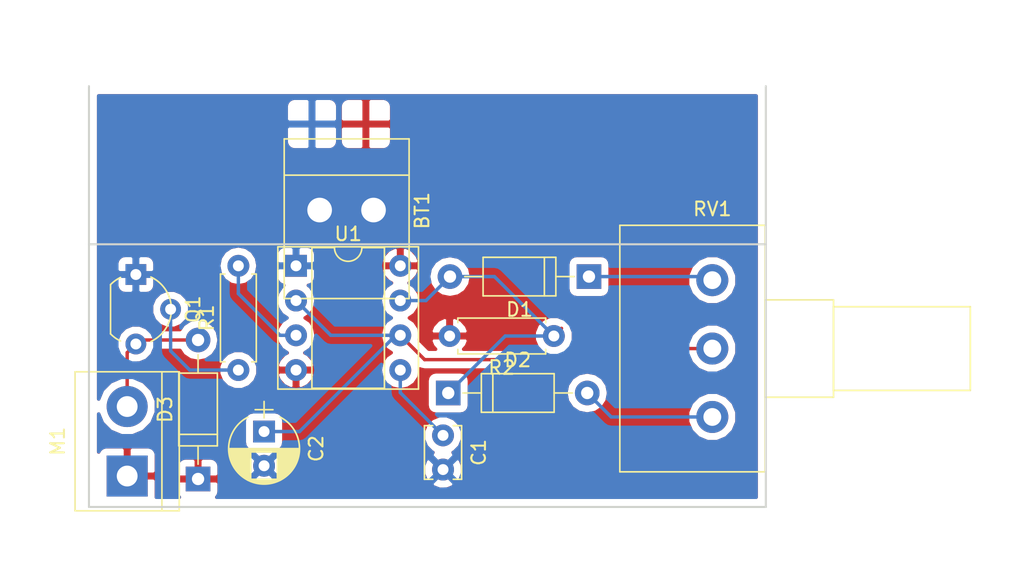
<source format=kicad_pcb>
(kicad_pcb (version 4) (host pcbnew 4.0.7-e2-6376~58~ubuntu16.04.1)

  (general
    (links 22)
    (no_connects 0)
    (area 100.381999 59.945199 150.011201 90.854601)
    (thickness 1.6)
    (drawings 4)
    (tracks 31)
    (zones 0)
    (modules 12)
    (nets 11)
  )

  (page A4)
  (layers
    (0 F.Cu signal)
    (31 B.Cu signal)
    (32 B.Adhes user)
    (33 F.Adhes user)
    (34 B.Paste user)
    (35 F.Paste user)
    (36 B.SilkS user)
    (37 F.SilkS user)
    (38 B.Mask user)
    (39 F.Mask user)
    (40 Dwgs.User user)
    (41 Cmts.User user)
    (42 Eco1.User user)
    (43 Eco2.User user)
    (44 Edge.Cuts user)
    (45 Margin user)
    (46 B.CrtYd user)
    (47 F.CrtYd user)
    (48 B.Fab user)
    (49 F.Fab user)
  )

  (setup
    (last_trace_width 0.25)
    (trace_clearance 0.2)
    (zone_clearance 0.508)
    (zone_45_only no)
    (trace_min 0.2)
    (segment_width 0.2)
    (edge_width 0.15)
    (via_size 0.6)
    (via_drill 0.4)
    (via_min_size 0.4)
    (via_min_drill 0.3)
    (uvia_size 0.3)
    (uvia_drill 0.1)
    (uvias_allowed no)
    (uvia_min_size 0.2)
    (uvia_min_drill 0.1)
    (pcb_text_width 0.3)
    (pcb_text_size 1.5 1.5)
    (mod_edge_width 0.15)
    (mod_text_size 1 1)
    (mod_text_width 0.15)
    (pad_size 1.524 1.524)
    (pad_drill 0.762)
    (pad_to_mask_clearance 0.2)
    (aux_axis_origin 0 0)
    (visible_elements FFFFFF7F)
    (pcbplotparams
      (layerselection 0x00030_80000001)
      (usegerberextensions false)
      (excludeedgelayer true)
      (linewidth 0.100000)
      (plotframeref false)
      (viasonmask false)
      (mode 1)
      (useauxorigin false)
      (hpglpennumber 1)
      (hpglpenspeed 20)
      (hpglpendiameter 15)
      (hpglpenoverlay 2)
      (psnegative false)
      (psa4output false)
      (plotreference true)
      (plotvalue true)
      (plotinvisibletext false)
      (padsonsilk false)
      (subtractmaskfromsilk false)
      (outputformat 1)
      (mirror false)
      (drillshape 1)
      (scaleselection 1)
      (outputdirectory ""))
  )

  (net 0 "")
  (net 1 "Net-(C1-Pad1)")
  (net 2 "Net-(BT1-Pad2)")
  (net 3 "Net-(C2-Pad1)")
  (net 4 "Net-(D1-Pad1)")
  (net 5 "Net-(D1-Pad2)")
  (net 6 "Net-(D2-Pad2)")
  (net 7 "Net-(BT1-Pad1)")
  (net 8 "Net-(D3-Pad2)")
  (net 9 "Net-(R1-Pad2)")
  (net 10 "Net-(Q1-Pad2)")

  (net_class Default "This is the default net class."
    (clearance 0.2)
    (trace_width 0.25)
    (via_dia 0.6)
    (via_drill 0.4)
    (uvia_dia 0.3)
    (uvia_drill 0.1)
    (add_net "Net-(BT1-Pad1)")
    (add_net "Net-(BT1-Pad2)")
    (add_net "Net-(C1-Pad1)")
    (add_net "Net-(C2-Pad1)")
    (add_net "Net-(D1-Pad1)")
    (add_net "Net-(D1-Pad2)")
    (add_net "Net-(D2-Pad2)")
    (add_net "Net-(D3-Pad2)")
    (add_net "Net-(Q1-Pad2)")
    (add_net "Net-(R1-Pad2)")
  )

  (module Capacitors_THT:C_Disc_D3.8mm_W2.6mm_P2.50mm (layer F.Cu) (tedit 597BC7C2) (tstamp 5A5FD707)
    (at 126.3396 85.5472 270)
    (descr "C, Disc series, Radial, pin pitch=2.50mm, , diameter*width=3.8*2.6mm^2, Capacitor, http://www.vishay.com/docs/45233/krseries.pdf")
    (tags "C Disc series Radial pin pitch 2.50mm  diameter 3.8mm width 2.6mm Capacitor")
    (path /5A5FD659)
    (fp_text reference C1 (at 1.25 -2.61 270) (layer F.SilkS)
      (effects (font (size 1 1) (thickness 0.15)))
    )
    (fp_text value C (at 1.25 2.61 270) (layer F.Fab)
      (effects (font (size 1 1) (thickness 0.15)))
    )
    (fp_line (start -0.65 -1.3) (end -0.65 1.3) (layer F.Fab) (width 0.1))
    (fp_line (start -0.65 1.3) (end 3.15 1.3) (layer F.Fab) (width 0.1))
    (fp_line (start 3.15 1.3) (end 3.15 -1.3) (layer F.Fab) (width 0.1))
    (fp_line (start 3.15 -1.3) (end -0.65 -1.3) (layer F.Fab) (width 0.1))
    (fp_line (start -0.71 -1.36) (end 3.21 -1.36) (layer F.SilkS) (width 0.12))
    (fp_line (start -0.71 1.36) (end 3.21 1.36) (layer F.SilkS) (width 0.12))
    (fp_line (start -0.71 -1.36) (end -0.71 -0.75) (layer F.SilkS) (width 0.12))
    (fp_line (start -0.71 0.75) (end -0.71 1.36) (layer F.SilkS) (width 0.12))
    (fp_line (start 3.21 -1.36) (end 3.21 -0.75) (layer F.SilkS) (width 0.12))
    (fp_line (start 3.21 0.75) (end 3.21 1.36) (layer F.SilkS) (width 0.12))
    (fp_line (start -1.05 -1.65) (end -1.05 1.65) (layer F.CrtYd) (width 0.05))
    (fp_line (start -1.05 1.65) (end 3.55 1.65) (layer F.CrtYd) (width 0.05))
    (fp_line (start 3.55 1.65) (end 3.55 -1.65) (layer F.CrtYd) (width 0.05))
    (fp_line (start 3.55 -1.65) (end -1.05 -1.65) (layer F.CrtYd) (width 0.05))
    (fp_text user %R (at 1.25 0 270) (layer F.Fab)
      (effects (font (size 1 1) (thickness 0.15)))
    )
    (pad 1 thru_hole circle (at 0 0 270) (size 1.6 1.6) (drill 0.8) (layers *.Cu *.Mask)
      (net 1 "Net-(C1-Pad1)"))
    (pad 2 thru_hole circle (at 2.5 0 270) (size 1.6 1.6) (drill 0.8) (layers *.Cu *.Mask)
      (net 2 "Net-(BT1-Pad2)"))
    (model ${KISYS3DMOD}/Capacitors_THT.3dshapes/C_Disc_D3.8mm_W2.6mm_P2.50mm.wrl
      (at (xyz 0 0 0))
      (scale (xyz 1 1 1))
      (rotate (xyz 0 0 0))
    )
  )

  (module Capacitors_THT:CP_Radial_D5.0mm_P2.50mm (layer F.Cu) (tedit 597BC7C2) (tstamp 5A5FD70D)
    (at 113.2586 85.2678 270)
    (descr "CP, Radial series, Radial, pin pitch=2.50mm, , diameter=5mm, Electrolytic Capacitor")
    (tags "CP Radial series Radial pin pitch 2.50mm  diameter 5mm Electrolytic Capacitor")
    (path /5A5FD6AA)
    (fp_text reference C2 (at 1.25 -3.81 270) (layer F.SilkS)
      (effects (font (size 1 1) (thickness 0.15)))
    )
    (fp_text value CP (at 1.25 3.81 270) (layer F.Fab)
      (effects (font (size 1 1) (thickness 0.15)))
    )
    (fp_arc (start 1.25 0) (end -1.05558 -1.18) (angle 125.8) (layer F.SilkS) (width 0.12))
    (fp_arc (start 1.25 0) (end -1.05558 1.18) (angle -125.8) (layer F.SilkS) (width 0.12))
    (fp_arc (start 1.25 0) (end 3.55558 -1.18) (angle 54.2) (layer F.SilkS) (width 0.12))
    (fp_circle (center 1.25 0) (end 3.75 0) (layer F.Fab) (width 0.1))
    (fp_line (start -2.2 0) (end -1 0) (layer F.Fab) (width 0.1))
    (fp_line (start -1.6 -0.65) (end -1.6 0.65) (layer F.Fab) (width 0.1))
    (fp_line (start 1.25 -2.55) (end 1.25 2.55) (layer F.SilkS) (width 0.12))
    (fp_line (start 1.29 -2.55) (end 1.29 2.55) (layer F.SilkS) (width 0.12))
    (fp_line (start 1.33 -2.549) (end 1.33 2.549) (layer F.SilkS) (width 0.12))
    (fp_line (start 1.37 -2.548) (end 1.37 2.548) (layer F.SilkS) (width 0.12))
    (fp_line (start 1.41 -2.546) (end 1.41 2.546) (layer F.SilkS) (width 0.12))
    (fp_line (start 1.45 -2.543) (end 1.45 2.543) (layer F.SilkS) (width 0.12))
    (fp_line (start 1.49 -2.539) (end 1.49 2.539) (layer F.SilkS) (width 0.12))
    (fp_line (start 1.53 -2.535) (end 1.53 -0.98) (layer F.SilkS) (width 0.12))
    (fp_line (start 1.53 0.98) (end 1.53 2.535) (layer F.SilkS) (width 0.12))
    (fp_line (start 1.57 -2.531) (end 1.57 -0.98) (layer F.SilkS) (width 0.12))
    (fp_line (start 1.57 0.98) (end 1.57 2.531) (layer F.SilkS) (width 0.12))
    (fp_line (start 1.61 -2.525) (end 1.61 -0.98) (layer F.SilkS) (width 0.12))
    (fp_line (start 1.61 0.98) (end 1.61 2.525) (layer F.SilkS) (width 0.12))
    (fp_line (start 1.65 -2.519) (end 1.65 -0.98) (layer F.SilkS) (width 0.12))
    (fp_line (start 1.65 0.98) (end 1.65 2.519) (layer F.SilkS) (width 0.12))
    (fp_line (start 1.69 -2.513) (end 1.69 -0.98) (layer F.SilkS) (width 0.12))
    (fp_line (start 1.69 0.98) (end 1.69 2.513) (layer F.SilkS) (width 0.12))
    (fp_line (start 1.73 -2.506) (end 1.73 -0.98) (layer F.SilkS) (width 0.12))
    (fp_line (start 1.73 0.98) (end 1.73 2.506) (layer F.SilkS) (width 0.12))
    (fp_line (start 1.77 -2.498) (end 1.77 -0.98) (layer F.SilkS) (width 0.12))
    (fp_line (start 1.77 0.98) (end 1.77 2.498) (layer F.SilkS) (width 0.12))
    (fp_line (start 1.81 -2.489) (end 1.81 -0.98) (layer F.SilkS) (width 0.12))
    (fp_line (start 1.81 0.98) (end 1.81 2.489) (layer F.SilkS) (width 0.12))
    (fp_line (start 1.85 -2.48) (end 1.85 -0.98) (layer F.SilkS) (width 0.12))
    (fp_line (start 1.85 0.98) (end 1.85 2.48) (layer F.SilkS) (width 0.12))
    (fp_line (start 1.89 -2.47) (end 1.89 -0.98) (layer F.SilkS) (width 0.12))
    (fp_line (start 1.89 0.98) (end 1.89 2.47) (layer F.SilkS) (width 0.12))
    (fp_line (start 1.93 -2.46) (end 1.93 -0.98) (layer F.SilkS) (width 0.12))
    (fp_line (start 1.93 0.98) (end 1.93 2.46) (layer F.SilkS) (width 0.12))
    (fp_line (start 1.971 -2.448) (end 1.971 -0.98) (layer F.SilkS) (width 0.12))
    (fp_line (start 1.971 0.98) (end 1.971 2.448) (layer F.SilkS) (width 0.12))
    (fp_line (start 2.011 -2.436) (end 2.011 -0.98) (layer F.SilkS) (width 0.12))
    (fp_line (start 2.011 0.98) (end 2.011 2.436) (layer F.SilkS) (width 0.12))
    (fp_line (start 2.051 -2.424) (end 2.051 -0.98) (layer F.SilkS) (width 0.12))
    (fp_line (start 2.051 0.98) (end 2.051 2.424) (layer F.SilkS) (width 0.12))
    (fp_line (start 2.091 -2.41) (end 2.091 -0.98) (layer F.SilkS) (width 0.12))
    (fp_line (start 2.091 0.98) (end 2.091 2.41) (layer F.SilkS) (width 0.12))
    (fp_line (start 2.131 -2.396) (end 2.131 -0.98) (layer F.SilkS) (width 0.12))
    (fp_line (start 2.131 0.98) (end 2.131 2.396) (layer F.SilkS) (width 0.12))
    (fp_line (start 2.171 -2.382) (end 2.171 -0.98) (layer F.SilkS) (width 0.12))
    (fp_line (start 2.171 0.98) (end 2.171 2.382) (layer F.SilkS) (width 0.12))
    (fp_line (start 2.211 -2.366) (end 2.211 -0.98) (layer F.SilkS) (width 0.12))
    (fp_line (start 2.211 0.98) (end 2.211 2.366) (layer F.SilkS) (width 0.12))
    (fp_line (start 2.251 -2.35) (end 2.251 -0.98) (layer F.SilkS) (width 0.12))
    (fp_line (start 2.251 0.98) (end 2.251 2.35) (layer F.SilkS) (width 0.12))
    (fp_line (start 2.291 -2.333) (end 2.291 -0.98) (layer F.SilkS) (width 0.12))
    (fp_line (start 2.291 0.98) (end 2.291 2.333) (layer F.SilkS) (width 0.12))
    (fp_line (start 2.331 -2.315) (end 2.331 -0.98) (layer F.SilkS) (width 0.12))
    (fp_line (start 2.331 0.98) (end 2.331 2.315) (layer F.SilkS) (width 0.12))
    (fp_line (start 2.371 -2.296) (end 2.371 -0.98) (layer F.SilkS) (width 0.12))
    (fp_line (start 2.371 0.98) (end 2.371 2.296) (layer F.SilkS) (width 0.12))
    (fp_line (start 2.411 -2.276) (end 2.411 -0.98) (layer F.SilkS) (width 0.12))
    (fp_line (start 2.411 0.98) (end 2.411 2.276) (layer F.SilkS) (width 0.12))
    (fp_line (start 2.451 -2.256) (end 2.451 -0.98) (layer F.SilkS) (width 0.12))
    (fp_line (start 2.451 0.98) (end 2.451 2.256) (layer F.SilkS) (width 0.12))
    (fp_line (start 2.491 -2.234) (end 2.491 -0.98) (layer F.SilkS) (width 0.12))
    (fp_line (start 2.491 0.98) (end 2.491 2.234) (layer F.SilkS) (width 0.12))
    (fp_line (start 2.531 -2.212) (end 2.531 -0.98) (layer F.SilkS) (width 0.12))
    (fp_line (start 2.531 0.98) (end 2.531 2.212) (layer F.SilkS) (width 0.12))
    (fp_line (start 2.571 -2.189) (end 2.571 -0.98) (layer F.SilkS) (width 0.12))
    (fp_line (start 2.571 0.98) (end 2.571 2.189) (layer F.SilkS) (width 0.12))
    (fp_line (start 2.611 -2.165) (end 2.611 -0.98) (layer F.SilkS) (width 0.12))
    (fp_line (start 2.611 0.98) (end 2.611 2.165) (layer F.SilkS) (width 0.12))
    (fp_line (start 2.651 -2.14) (end 2.651 -0.98) (layer F.SilkS) (width 0.12))
    (fp_line (start 2.651 0.98) (end 2.651 2.14) (layer F.SilkS) (width 0.12))
    (fp_line (start 2.691 -2.113) (end 2.691 -0.98) (layer F.SilkS) (width 0.12))
    (fp_line (start 2.691 0.98) (end 2.691 2.113) (layer F.SilkS) (width 0.12))
    (fp_line (start 2.731 -2.086) (end 2.731 -0.98) (layer F.SilkS) (width 0.12))
    (fp_line (start 2.731 0.98) (end 2.731 2.086) (layer F.SilkS) (width 0.12))
    (fp_line (start 2.771 -2.058) (end 2.771 -0.98) (layer F.SilkS) (width 0.12))
    (fp_line (start 2.771 0.98) (end 2.771 2.058) (layer F.SilkS) (width 0.12))
    (fp_line (start 2.811 -2.028) (end 2.811 -0.98) (layer F.SilkS) (width 0.12))
    (fp_line (start 2.811 0.98) (end 2.811 2.028) (layer F.SilkS) (width 0.12))
    (fp_line (start 2.851 -1.997) (end 2.851 -0.98) (layer F.SilkS) (width 0.12))
    (fp_line (start 2.851 0.98) (end 2.851 1.997) (layer F.SilkS) (width 0.12))
    (fp_line (start 2.891 -1.965) (end 2.891 -0.98) (layer F.SilkS) (width 0.12))
    (fp_line (start 2.891 0.98) (end 2.891 1.965) (layer F.SilkS) (width 0.12))
    (fp_line (start 2.931 -1.932) (end 2.931 -0.98) (layer F.SilkS) (width 0.12))
    (fp_line (start 2.931 0.98) (end 2.931 1.932) (layer F.SilkS) (width 0.12))
    (fp_line (start 2.971 -1.897) (end 2.971 -0.98) (layer F.SilkS) (width 0.12))
    (fp_line (start 2.971 0.98) (end 2.971 1.897) (layer F.SilkS) (width 0.12))
    (fp_line (start 3.011 -1.861) (end 3.011 -0.98) (layer F.SilkS) (width 0.12))
    (fp_line (start 3.011 0.98) (end 3.011 1.861) (layer F.SilkS) (width 0.12))
    (fp_line (start 3.051 -1.823) (end 3.051 -0.98) (layer F.SilkS) (width 0.12))
    (fp_line (start 3.051 0.98) (end 3.051 1.823) (layer F.SilkS) (width 0.12))
    (fp_line (start 3.091 -1.783) (end 3.091 -0.98) (layer F.SilkS) (width 0.12))
    (fp_line (start 3.091 0.98) (end 3.091 1.783) (layer F.SilkS) (width 0.12))
    (fp_line (start 3.131 -1.742) (end 3.131 -0.98) (layer F.SilkS) (width 0.12))
    (fp_line (start 3.131 0.98) (end 3.131 1.742) (layer F.SilkS) (width 0.12))
    (fp_line (start 3.171 -1.699) (end 3.171 -0.98) (layer F.SilkS) (width 0.12))
    (fp_line (start 3.171 0.98) (end 3.171 1.699) (layer F.SilkS) (width 0.12))
    (fp_line (start 3.211 -1.654) (end 3.211 -0.98) (layer F.SilkS) (width 0.12))
    (fp_line (start 3.211 0.98) (end 3.211 1.654) (layer F.SilkS) (width 0.12))
    (fp_line (start 3.251 -1.606) (end 3.251 -0.98) (layer F.SilkS) (width 0.12))
    (fp_line (start 3.251 0.98) (end 3.251 1.606) (layer F.SilkS) (width 0.12))
    (fp_line (start 3.291 -1.556) (end 3.291 -0.98) (layer F.SilkS) (width 0.12))
    (fp_line (start 3.291 0.98) (end 3.291 1.556) (layer F.SilkS) (width 0.12))
    (fp_line (start 3.331 -1.504) (end 3.331 -0.98) (layer F.SilkS) (width 0.12))
    (fp_line (start 3.331 0.98) (end 3.331 1.504) (layer F.SilkS) (width 0.12))
    (fp_line (start 3.371 -1.448) (end 3.371 -0.98) (layer F.SilkS) (width 0.12))
    (fp_line (start 3.371 0.98) (end 3.371 1.448) (layer F.SilkS) (width 0.12))
    (fp_line (start 3.411 -1.39) (end 3.411 -0.98) (layer F.SilkS) (width 0.12))
    (fp_line (start 3.411 0.98) (end 3.411 1.39) (layer F.SilkS) (width 0.12))
    (fp_line (start 3.451 -1.327) (end 3.451 -0.98) (layer F.SilkS) (width 0.12))
    (fp_line (start 3.451 0.98) (end 3.451 1.327) (layer F.SilkS) (width 0.12))
    (fp_line (start 3.491 -1.261) (end 3.491 1.261) (layer F.SilkS) (width 0.12))
    (fp_line (start 3.531 -1.189) (end 3.531 1.189) (layer F.SilkS) (width 0.12))
    (fp_line (start 3.571 -1.112) (end 3.571 1.112) (layer F.SilkS) (width 0.12))
    (fp_line (start 3.611 -1.028) (end 3.611 1.028) (layer F.SilkS) (width 0.12))
    (fp_line (start 3.651 -0.934) (end 3.651 0.934) (layer F.SilkS) (width 0.12))
    (fp_line (start 3.691 -0.829) (end 3.691 0.829) (layer F.SilkS) (width 0.12))
    (fp_line (start 3.731 -0.707) (end 3.731 0.707) (layer F.SilkS) (width 0.12))
    (fp_line (start 3.771 -0.559) (end 3.771 0.559) (layer F.SilkS) (width 0.12))
    (fp_line (start 3.811 -0.354) (end 3.811 0.354) (layer F.SilkS) (width 0.12))
    (fp_line (start -2.2 0) (end -1 0) (layer F.SilkS) (width 0.12))
    (fp_line (start -1.6 -0.65) (end -1.6 0.65) (layer F.SilkS) (width 0.12))
    (fp_line (start -1.6 -2.85) (end -1.6 2.85) (layer F.CrtYd) (width 0.05))
    (fp_line (start -1.6 2.85) (end 4.1 2.85) (layer F.CrtYd) (width 0.05))
    (fp_line (start 4.1 2.85) (end 4.1 -2.85) (layer F.CrtYd) (width 0.05))
    (fp_line (start 4.1 -2.85) (end -1.6 -2.85) (layer F.CrtYd) (width 0.05))
    (fp_text user %R (at 1.25 0 270) (layer F.Fab)
      (effects (font (size 1 1) (thickness 0.15)))
    )
    (pad 1 thru_hole rect (at 0 0 270) (size 1.6 1.6) (drill 0.8) (layers *.Cu *.Mask)
      (net 3 "Net-(C2-Pad1)"))
    (pad 2 thru_hole circle (at 2.5 0 270) (size 1.6 1.6) (drill 0.8) (layers *.Cu *.Mask)
      (net 2 "Net-(BT1-Pad2)"))
    (model ${KISYS3DMOD}/Capacitors_THT.3dshapes/CP_Radial_D5.0mm_P2.50mm.wrl
      (at (xyz 0 0 0))
      (scale (xyz 1 1 1))
      (rotate (xyz 0 0 0))
    )
  )

  (module Connectors_Terminal_Blocks:TerminalBlock_bornier-2_P5.08mm (layer F.Cu) (tedit 59FF03AB) (tstamp 5A5FD725)
    (at 103.251 88.519 90)
    (descr "simple 2-pin terminal block, pitch 5.08mm, revamped version of bornier2")
    (tags "terminal block bornier2")
    (path /5A5FD8EC)
    (fp_text reference M1 (at 2.54 -5.08 90) (layer F.SilkS)
      (effects (font (size 1 1) (thickness 0.15)))
    )
    (fp_text value Motor_DC (at 2.54 5.08 90) (layer F.Fab)
      (effects (font (size 1 1) (thickness 0.15)))
    )
    (fp_text user %R (at 2.54 0 90) (layer F.Fab)
      (effects (font (size 1 1) (thickness 0.15)))
    )
    (fp_line (start -2.41 2.55) (end 7.49 2.55) (layer F.Fab) (width 0.1))
    (fp_line (start -2.46 -3.75) (end -2.46 3.75) (layer F.Fab) (width 0.1))
    (fp_line (start -2.46 3.75) (end 7.54 3.75) (layer F.Fab) (width 0.1))
    (fp_line (start 7.54 3.75) (end 7.54 -3.75) (layer F.Fab) (width 0.1))
    (fp_line (start 7.54 -3.75) (end -2.46 -3.75) (layer F.Fab) (width 0.1))
    (fp_line (start 7.62 2.54) (end -2.54 2.54) (layer F.SilkS) (width 0.12))
    (fp_line (start 7.62 3.81) (end 7.62 -3.81) (layer F.SilkS) (width 0.12))
    (fp_line (start 7.62 -3.81) (end -2.54 -3.81) (layer F.SilkS) (width 0.12))
    (fp_line (start -2.54 -3.81) (end -2.54 3.81) (layer F.SilkS) (width 0.12))
    (fp_line (start -2.54 3.81) (end 7.62 3.81) (layer F.SilkS) (width 0.12))
    (fp_line (start -2.71 -4) (end 7.79 -4) (layer F.CrtYd) (width 0.05))
    (fp_line (start -2.71 -4) (end -2.71 4) (layer F.CrtYd) (width 0.05))
    (fp_line (start 7.79 4) (end 7.79 -4) (layer F.CrtYd) (width 0.05))
    (fp_line (start 7.79 4) (end -2.71 4) (layer F.CrtYd) (width 0.05))
    (pad 1 thru_hole rect (at 0 0 90) (size 3 3) (drill 1.52) (layers *.Cu *.Mask)
      (net 7 "Net-(BT1-Pad1)"))
    (pad 2 thru_hole circle (at 5.08 0 90) (size 3 3) (drill 1.52) (layers *.Cu *.Mask)
      (net 8 "Net-(D3-Pad2)"))
    (model ${KISYS3DMOD}/Terminal_Blocks.3dshapes/TerminalBlock_bornier-2_P5.08mm.wrl
      (at (xyz 0.1 0 0))
      (scale (xyz 1 1 1))
      (rotate (xyz 0 0 0))
    )
  )

  (module TO_SOT_Packages_THT:TO-92_Molded_Wide (layer F.Cu) (tedit 58CE52AF) (tstamp 5A5FD72C)
    (at 103.886 73.787 270)
    (descr "TO-92 leads molded, wide, drill 0.8mm (see NXP sot054_po.pdf)")
    (tags "to-92 sc-43 sc-43a sot54 PA33 transistor")
    (path /5A625AE4)
    (fp_text reference Q1 (at 2.54 -4.19 450) (layer F.SilkS)
      (effects (font (size 1 1) (thickness 0.15)))
    )
    (fp_text value PN2222A (at 2.54 2.79 270) (layer F.Fab)
      (effects (font (size 1 1) (thickness 0.15)))
    )
    (fp_text user %R (at 2.54 -4.19 450) (layer F.Fab)
      (effects (font (size 1 1) (thickness 0.15)))
    )
    (fp_line (start 0.74 1.85) (end 4.34 1.85) (layer F.SilkS) (width 0.12))
    (fp_line (start 0.8 1.75) (end 4.3 1.75) (layer F.Fab) (width 0.1))
    (fp_line (start -1.01 -3.55) (end 6.09 -3.55) (layer F.CrtYd) (width 0.05))
    (fp_line (start -1.01 -3.55) (end -1.01 2.01) (layer F.CrtYd) (width 0.05))
    (fp_line (start 6.09 2.01) (end 6.09 -3.55) (layer F.CrtYd) (width 0.05))
    (fp_line (start 6.09 2.01) (end -1.01 2.01) (layer F.CrtYd) (width 0.05))
    (fp_arc (start 2.54 0) (end 0.74 1.85) (angle 20) (layer F.SilkS) (width 0.12))
    (fp_arc (start 2.54 0) (end 2.54 -2.6) (angle -65) (layer F.SilkS) (width 0.12))
    (fp_arc (start 2.54 0) (end 2.54 -2.6) (angle 65) (layer F.SilkS) (width 0.12))
    (fp_arc (start 2.54 0) (end 2.54 -2.48) (angle 135) (layer F.Fab) (width 0.1))
    (fp_arc (start 2.54 0) (end 2.54 -2.48) (angle -135) (layer F.Fab) (width 0.1))
    (fp_arc (start 2.54 0) (end 4.34 1.85) (angle -20) (layer F.SilkS) (width 0.12))
    (pad 2 thru_hole circle (at 2.54 -2.54) (size 1.52 1.52) (drill 0.8) (layers *.Cu *.Mask)
      (net 10 "Net-(Q1-Pad2)"))
    (pad 3 thru_hole circle (at 5.08 0) (size 1.52 1.52) (drill 0.8) (layers *.Cu *.Mask)
      (net 8 "Net-(D3-Pad2)"))
    (pad 1 thru_hole rect (at 0 0) (size 1.52 1.52) (drill 0.8) (layers *.Cu *.Mask)
      (net 2 "Net-(BT1-Pad2)"))
    (model ${KISYS3DMOD}/TO_SOT_Packages_THT.3dshapes/TO-92_Molded_Wide.wrl
      (at (xyz 0.1 0 0))
      (scale (xyz 1 1 1))
      (rotate (xyz 0 0 -90))
    )
  )

  (module Resistors_THT:R_Axial_DIN0207_L6.3mm_D2.5mm_P7.62mm_Horizontal (layer F.Cu) (tedit 5874F706) (tstamp 5A5FD732)
    (at 111.379 80.772 90)
    (descr "Resistor, Axial_DIN0207 series, Axial, Horizontal, pin pitch=7.62mm, 0.25W = 1/4W, length*diameter=6.3*2.5mm^2, http://cdn-reichelt.de/documents/datenblatt/B400/1_4W%23YAG.pdf")
    (tags "Resistor Axial_DIN0207 series Axial Horizontal pin pitch 7.62mm 0.25W = 1/4W length 6.3mm diameter 2.5mm")
    (path /5A5FD424)
    (fp_text reference R1 (at 3.81 -2.31 90) (layer F.SilkS)
      (effects (font (size 1 1) (thickness 0.15)))
    )
    (fp_text value R (at 3.81 2.31 90) (layer F.Fab)
      (effects (font (size 1 1) (thickness 0.15)))
    )
    (fp_line (start 0.66 -1.25) (end 0.66 1.25) (layer F.Fab) (width 0.1))
    (fp_line (start 0.66 1.25) (end 6.96 1.25) (layer F.Fab) (width 0.1))
    (fp_line (start 6.96 1.25) (end 6.96 -1.25) (layer F.Fab) (width 0.1))
    (fp_line (start 6.96 -1.25) (end 0.66 -1.25) (layer F.Fab) (width 0.1))
    (fp_line (start 0 0) (end 0.66 0) (layer F.Fab) (width 0.1))
    (fp_line (start 7.62 0) (end 6.96 0) (layer F.Fab) (width 0.1))
    (fp_line (start 0.6 -0.98) (end 0.6 -1.31) (layer F.SilkS) (width 0.12))
    (fp_line (start 0.6 -1.31) (end 7.02 -1.31) (layer F.SilkS) (width 0.12))
    (fp_line (start 7.02 -1.31) (end 7.02 -0.98) (layer F.SilkS) (width 0.12))
    (fp_line (start 0.6 0.98) (end 0.6 1.31) (layer F.SilkS) (width 0.12))
    (fp_line (start 0.6 1.31) (end 7.02 1.31) (layer F.SilkS) (width 0.12))
    (fp_line (start 7.02 1.31) (end 7.02 0.98) (layer F.SilkS) (width 0.12))
    (fp_line (start -1.05 -1.6) (end -1.05 1.6) (layer F.CrtYd) (width 0.05))
    (fp_line (start -1.05 1.6) (end 8.7 1.6) (layer F.CrtYd) (width 0.05))
    (fp_line (start 8.7 1.6) (end 8.7 -1.6) (layer F.CrtYd) (width 0.05))
    (fp_line (start 8.7 -1.6) (end -1.05 -1.6) (layer F.CrtYd) (width 0.05))
    (pad 1 thru_hole circle (at 0 0 90) (size 1.6 1.6) (drill 0.8) (layers *.Cu *.Mask)
      (net 10 "Net-(Q1-Pad2)"))
    (pad 2 thru_hole oval (at 7.62 0 90) (size 1.6 1.6) (drill 0.8) (layers *.Cu *.Mask)
      (net 9 "Net-(R1-Pad2)"))
    (model ${KISYS3DMOD}/Resistors_THT.3dshapes/R_Axial_DIN0207_L6.3mm_D2.5mm_P7.62mm_Horizontal.wrl
      (at (xyz 0 0 0))
      (scale (xyz 0.393701 0.393701 0.393701))
      (rotate (xyz 0 0 0))
    )
  )

  (module Resistors_THT:R_Axial_DIN0207_L6.3mm_D2.5mm_P7.62mm_Horizontal (layer F.Cu) (tedit 5874F706) (tstamp 5A5FD738)
    (at 134.4422 78.2828 180)
    (descr "Resistor, Axial_DIN0207 series, Axial, Horizontal, pin pitch=7.62mm, 0.25W = 1/4W, length*diameter=6.3*2.5mm^2, http://cdn-reichelt.de/documents/datenblatt/B400/1_4W%23YAG.pdf")
    (tags "Resistor Axial_DIN0207 series Axial Horizontal pin pitch 7.62mm 0.25W = 1/4W length 6.3mm diameter 2.5mm")
    (path /5A5FD397)
    (fp_text reference R2 (at 3.81 -2.31 180) (layer F.SilkS)
      (effects (font (size 1 1) (thickness 0.15)))
    )
    (fp_text value R (at 3.81 2.31 180) (layer F.Fab)
      (effects (font (size 1 1) (thickness 0.15)))
    )
    (fp_line (start 0.66 -1.25) (end 0.66 1.25) (layer F.Fab) (width 0.1))
    (fp_line (start 0.66 1.25) (end 6.96 1.25) (layer F.Fab) (width 0.1))
    (fp_line (start 6.96 1.25) (end 6.96 -1.25) (layer F.Fab) (width 0.1))
    (fp_line (start 6.96 -1.25) (end 0.66 -1.25) (layer F.Fab) (width 0.1))
    (fp_line (start 0 0) (end 0.66 0) (layer F.Fab) (width 0.1))
    (fp_line (start 7.62 0) (end 6.96 0) (layer F.Fab) (width 0.1))
    (fp_line (start 0.6 -0.98) (end 0.6 -1.31) (layer F.SilkS) (width 0.12))
    (fp_line (start 0.6 -1.31) (end 7.02 -1.31) (layer F.SilkS) (width 0.12))
    (fp_line (start 7.02 -1.31) (end 7.02 -0.98) (layer F.SilkS) (width 0.12))
    (fp_line (start 0.6 0.98) (end 0.6 1.31) (layer F.SilkS) (width 0.12))
    (fp_line (start 0.6 1.31) (end 7.02 1.31) (layer F.SilkS) (width 0.12))
    (fp_line (start 7.02 1.31) (end 7.02 0.98) (layer F.SilkS) (width 0.12))
    (fp_line (start -1.05 -1.6) (end -1.05 1.6) (layer F.CrtYd) (width 0.05))
    (fp_line (start -1.05 1.6) (end 8.7 1.6) (layer F.CrtYd) (width 0.05))
    (fp_line (start 8.7 1.6) (end 8.7 -1.6) (layer F.CrtYd) (width 0.05))
    (fp_line (start 8.7 -1.6) (end -1.05 -1.6) (layer F.CrtYd) (width 0.05))
    (pad 1 thru_hole circle (at 0 0 180) (size 1.6 1.6) (drill 0.8) (layers *.Cu *.Mask)
      (net 5 "Net-(D1-Pad2)"))
    (pad 2 thru_hole oval (at 7.62 0 180) (size 1.6 1.6) (drill 0.8) (layers *.Cu *.Mask)
      (net 7 "Net-(BT1-Pad1)"))
    (model ${KISYS3DMOD}/Resistors_THT.3dshapes/R_Axial_DIN0207_L6.3mm_D2.5mm_P7.62mm_Horizontal.wrl
      (at (xyz 0 0 0))
      (scale (xyz 0.393701 0.393701 0.393701))
      (rotate (xyz 0 0 0))
    )
  )

  (module Potentiometers:Potentiometer_Alps_RK163_Single_Vertical (layer F.Cu) (tedit 58826D68) (tstamp 5A5FD73F)
    (at 146.0246 84.201)
    (descr "Potentiometer, vertically mounted, Omeg PC16PU, Omeg PC16PU, Omeg PC16PU, Vishay/Spectrol 248GJ/249GJ Single, Vishay/Spectrol 248GJ/249GJ Single, Vishay/Spectrol 248GJ/249GJ Single, Vishay/Spectrol 248GH/249GH Single, Vishay/Spectrol 148/149 Single, Vishay/Spectrol 148/149 Single, Vishay/Spectrol 148/149 Single, Vishay/Spectrol 148A/149A Single with mounting plates, Vishay/Spectrol 148/149 Double, Vishay/Spectrol 148A/149A Double with mounting plates, Piher PC-16 Single, Piher PC-16 Single, Piher PC-16 Single, Piher PC-16SV Single, Piher PC-16 Double, Piher PC-16 Triple, Piher T16H Single, Piher T16L Single, Piher T16H Double, Alps RK163 Single, http://www.alps.com/prod/info/E/PDF/Potentiometer/MetalShaft/RK163/RK163.PDF")
    (tags "Potentiometer vertical  Omeg PC16PU  Omeg PC16PU  Omeg PC16PU  Vishay/Spectrol 248GJ/249GJ Single  Vishay/Spectrol 248GJ/249GJ Single  Vishay/Spectrol 248GJ/249GJ Single  Vishay/Spectrol 248GH/249GH Single  Vishay/Spectrol 148/149 Single  Vishay/Spectrol 148/149 Single  Vishay/Spectrol 148/149 Single  Vishay/Spectrol 148A/149A Single with mounting plates  Vishay/Spectrol 148/149 Double  Vishay/Spectrol 148A/149A Double with mounting plates  Piher PC-16 Single  Piher PC-16 Single  Piher PC-16 Single  Piher PC-16SV Single  Piher PC-16 Double  Piher PC-16 Triple  Piher T16H Single  Piher T16L Single  Piher T16H Double  Alps RK163 Single")
    (path /5A5FD4BF)
    (fp_text reference RV1 (at 0 -15.2) (layer F.SilkS)
      (effects (font (size 1 1) (thickness 0.15)))
    )
    (fp_text value POT (at 0 5.2) (layer F.Fab)
      (effects (font (size 1 1) (thickness 0.15)))
    )
    (fp_line (start -6.7 -13.95) (end -6.7 3.95) (layer F.Fab) (width 0.1))
    (fp_line (start -6.7 3.95) (end 3.8 3.95) (layer F.Fab) (width 0.1))
    (fp_line (start 3.8 3.95) (end 3.8 -13.95) (layer F.Fab) (width 0.1))
    (fp_line (start 3.8 -13.95) (end -6.7 -13.95) (layer F.Fab) (width 0.1))
    (fp_line (start 3.8 -8.5) (end 3.8 -1.5) (layer F.Fab) (width 0.1))
    (fp_line (start 3.8 -1.5) (end 8.8 -1.5) (layer F.Fab) (width 0.1))
    (fp_line (start 8.8 -1.5) (end 8.8 -8.5) (layer F.Fab) (width 0.1))
    (fp_line (start 8.8 -8.5) (end 3.8 -8.5) (layer F.Fab) (width 0.1))
    (fp_line (start 8.8 -8) (end 8.8 -2) (layer F.Fab) (width 0.1))
    (fp_line (start 8.8 -2) (end 18.8 -2) (layer F.Fab) (width 0.1))
    (fp_line (start 18.8 -2) (end 18.8 -8) (layer F.Fab) (width 0.1))
    (fp_line (start 18.8 -8) (end 8.8 -8) (layer F.Fab) (width 0.1))
    (fp_line (start -6.76 -14.01) (end 3.86 -14.01) (layer F.SilkS) (width 0.12))
    (fp_line (start -6.76 4.011) (end 3.86 4.011) (layer F.SilkS) (width 0.12))
    (fp_line (start -6.76 -14.01) (end -6.76 4.011) (layer F.SilkS) (width 0.12))
    (fp_line (start 3.86 -14.01) (end 3.86 4.011) (layer F.SilkS) (width 0.12))
    (fp_line (start 3.86 -8.56) (end 8.86 -8.56) (layer F.SilkS) (width 0.12))
    (fp_line (start 3.86 -1.44) (end 8.86 -1.44) (layer F.SilkS) (width 0.12))
    (fp_line (start 3.86 -8.56) (end 3.86 -1.44) (layer F.SilkS) (width 0.12))
    (fp_line (start 8.86 -8.56) (end 8.86 -1.44) (layer F.SilkS) (width 0.12))
    (fp_line (start 8.86 -8.06) (end 18.86 -8.06) (layer F.SilkS) (width 0.12))
    (fp_line (start 8.86 -1.94) (end 18.86 -1.94) (layer F.SilkS) (width 0.12))
    (fp_line (start 8.86 -8.06) (end 8.86 -1.94) (layer F.SilkS) (width 0.12))
    (fp_line (start 18.86 -8.06) (end 18.86 -1.94) (layer F.SilkS) (width 0.12))
    (fp_line (start -6.95 -14.2) (end -6.95 4.2) (layer F.CrtYd) (width 0.05))
    (fp_line (start -6.95 4.2) (end 19.05 4.2) (layer F.CrtYd) (width 0.05))
    (fp_line (start 19.05 4.2) (end 19.05 -14.2) (layer F.CrtYd) (width 0.05))
    (fp_line (start 19.05 -14.2) (end -6.95 -14.2) (layer F.CrtYd) (width 0.05))
    (pad 3 thru_hole circle (at 0 -10) (size 2.34 2.34) (drill 1.3) (layers *.Cu *.Mask)
      (net 4 "Net-(D1-Pad1)"))
    (pad 2 thru_hole circle (at 0 -5) (size 2.34 2.34) (drill 1.3) (layers *.Cu *.Mask)
      (net 3 "Net-(C2-Pad1)"))
    (pad 1 thru_hole circle (at 0 0) (size 2.34 2.34) (drill 1.3) (layers *.Cu *.Mask)
      (net 6 "Net-(D2-Pad2)"))
    (model Potentiometers.3dshapes/Potentiometer_Alps_RK163_Single_Vertical.wrl
      (at (xyz 0 0 0))
      (scale (xyz 1 1 1))
      (rotate (xyz 0 0 0))
    )
  )

  (module Housings_DIP:DIP-8_W7.62mm_Socket (layer F.Cu) (tedit 59C78D6B) (tstamp 5A5FD74B)
    (at 115.5954 73.152)
    (descr "8-lead though-hole mounted DIP package, row spacing 7.62 mm (300 mils), Socket")
    (tags "THT DIP DIL PDIP 2.54mm 7.62mm 300mil Socket")
    (path /5A5FD33F)
    (fp_text reference U1 (at 3.81 -2.33) (layer F.SilkS)
      (effects (font (size 1 1) (thickness 0.15)))
    )
    (fp_text value NE555 (at 3.81 9.95) (layer F.Fab)
      (effects (font (size 1 1) (thickness 0.15)))
    )
    (fp_arc (start 3.81 -1.33) (end 2.81 -1.33) (angle -180) (layer F.SilkS) (width 0.12))
    (fp_line (start 1.635 -1.27) (end 6.985 -1.27) (layer F.Fab) (width 0.1))
    (fp_line (start 6.985 -1.27) (end 6.985 8.89) (layer F.Fab) (width 0.1))
    (fp_line (start 6.985 8.89) (end 0.635 8.89) (layer F.Fab) (width 0.1))
    (fp_line (start 0.635 8.89) (end 0.635 -0.27) (layer F.Fab) (width 0.1))
    (fp_line (start 0.635 -0.27) (end 1.635 -1.27) (layer F.Fab) (width 0.1))
    (fp_line (start -1.27 -1.33) (end -1.27 8.95) (layer F.Fab) (width 0.1))
    (fp_line (start -1.27 8.95) (end 8.89 8.95) (layer F.Fab) (width 0.1))
    (fp_line (start 8.89 8.95) (end 8.89 -1.33) (layer F.Fab) (width 0.1))
    (fp_line (start 8.89 -1.33) (end -1.27 -1.33) (layer F.Fab) (width 0.1))
    (fp_line (start 2.81 -1.33) (end 1.16 -1.33) (layer F.SilkS) (width 0.12))
    (fp_line (start 1.16 -1.33) (end 1.16 8.95) (layer F.SilkS) (width 0.12))
    (fp_line (start 1.16 8.95) (end 6.46 8.95) (layer F.SilkS) (width 0.12))
    (fp_line (start 6.46 8.95) (end 6.46 -1.33) (layer F.SilkS) (width 0.12))
    (fp_line (start 6.46 -1.33) (end 4.81 -1.33) (layer F.SilkS) (width 0.12))
    (fp_line (start -1.33 -1.39) (end -1.33 9.01) (layer F.SilkS) (width 0.12))
    (fp_line (start -1.33 9.01) (end 8.95 9.01) (layer F.SilkS) (width 0.12))
    (fp_line (start 8.95 9.01) (end 8.95 -1.39) (layer F.SilkS) (width 0.12))
    (fp_line (start 8.95 -1.39) (end -1.33 -1.39) (layer F.SilkS) (width 0.12))
    (fp_line (start -1.55 -1.6) (end -1.55 9.2) (layer F.CrtYd) (width 0.05))
    (fp_line (start -1.55 9.2) (end 9.15 9.2) (layer F.CrtYd) (width 0.05))
    (fp_line (start 9.15 9.2) (end 9.15 -1.6) (layer F.CrtYd) (width 0.05))
    (fp_line (start 9.15 -1.6) (end -1.55 -1.6) (layer F.CrtYd) (width 0.05))
    (fp_text user %R (at 3.81 3.81) (layer F.Fab)
      (effects (font (size 1 1) (thickness 0.15)))
    )
    (pad 1 thru_hole rect (at 0 0) (size 1.6 1.6) (drill 0.8) (layers *.Cu *.Mask)
      (net 2 "Net-(BT1-Pad2)"))
    (pad 5 thru_hole oval (at 7.62 7.62) (size 1.6 1.6) (drill 0.8) (layers *.Cu *.Mask)
      (net 1 "Net-(C1-Pad1)"))
    (pad 2 thru_hole oval (at 0 2.54) (size 1.6 1.6) (drill 0.8) (layers *.Cu *.Mask)
      (net 3 "Net-(C2-Pad1)"))
    (pad 6 thru_hole oval (at 7.62 5.08) (size 1.6 1.6) (drill 0.8) (layers *.Cu *.Mask)
      (net 3 "Net-(C2-Pad1)"))
    (pad 3 thru_hole oval (at 0 5.08) (size 1.6 1.6) (drill 0.8) (layers *.Cu *.Mask)
      (net 9 "Net-(R1-Pad2)"))
    (pad 7 thru_hole oval (at 7.62 2.54) (size 1.6 1.6) (drill 0.8) (layers *.Cu *.Mask)
      (net 5 "Net-(D1-Pad2)"))
    (pad 4 thru_hole oval (at 0 7.62) (size 1.6 1.6) (drill 0.8) (layers *.Cu *.Mask)
      (net 7 "Net-(BT1-Pad1)"))
    (pad 8 thru_hole oval (at 7.62 0) (size 1.6 1.6) (drill 0.8) (layers *.Cu *.Mask)
      (net 7 "Net-(BT1-Pad1)"))
    (model ${KISYS3DMOD}/Housings_DIP.3dshapes/DIP-8_W7.62mm_Socket.wrl
      (at (xyz 0 0 0))
      (scale (xyz 1 1 1))
      (rotate (xyz 0 0 0))
    )
  )

  (module Connectors:GTK2400-V2 (layer F.Cu) (tedit 587FE5A7) (tstamp 5A5FD8FD)
    (at 121.2596 69.0753 180)
    (descr GTK2400-V2)
    (tags GTK2400-V2)
    (path /5A5FD7B8)
    (fp_text reference BT1 (at -3.55 -0.05 450) (layer F.SilkS)
      (effects (font (size 1 1) (thickness 0.15)))
    )
    (fp_text value Battery (at 7.6 0 270) (layer F.Fab)
      (effects (font (size 1 1) (thickness 0.15)))
    )
    (fp_line (start -2.5 2.55) (end 6.5 2.55) (layer F.SilkS) (width 0.12))
    (fp_line (start -2.48 2.54) (end 6.41 2.54) (layer F.Fab) (width 0.1))
    (fp_line (start -2.48 0) (end -2.48 -5.71) (layer F.Fab) (width 0.1))
    (fp_line (start -2.48 -5.71) (end -2.48 -6.35) (layer F.Fab) (width 0.1))
    (fp_line (start -2.48 -6.35) (end 6.41 -6.35) (layer F.Fab) (width 0.1))
    (fp_line (start 6.41 -6.35) (end 6.41 0) (layer F.Fab) (width 0.1))
    (fp_line (start 6.41 0) (end 6.41 5.08) (layer F.Fab) (width 0.1))
    (fp_line (start 6.41 5.08) (end -2.48 5.08) (layer F.Fab) (width 0.1))
    (fp_line (start -2.48 5.08) (end -2.48 0) (layer F.Fab) (width 0.1))
    (fp_line (start -2.73 -6.6) (end 6.66 -6.6) (layer F.CrtYd) (width 0.05))
    (fp_line (start -2.73 -6.6) (end -2.73 5.33) (layer F.CrtYd) (width 0.05))
    (fp_line (start 6.66 5.33) (end 6.66 -6.6) (layer F.CrtYd) (width 0.05))
    (fp_line (start 6.66 5.33) (end -2.73 5.33) (layer F.CrtYd) (width 0.05))
    (fp_line (start -2.6 -6.47) (end 6.53 -6.47) (layer F.SilkS) (width 0.12))
    (fp_line (start -2.6 -6.47) (end -2.6 5.2) (layer F.SilkS) (width 0.12))
    (fp_line (start 6.53 5.2) (end 6.53 -6.47) (layer F.SilkS) (width 0.12))
    (fp_line (start 6.53 5.2) (end -2.6 5.2) (layer F.SilkS) (width 0.12))
    (pad 2 thru_hole rect (at 3.94 0 180) (size 2.5 2.5) (drill 1.8) (layers *.Cu *.Mask)
      (net 2 "Net-(BT1-Pad2)"))
    (pad 1 thru_hole rect (at 0 0 180) (size 2.5 2.5) (drill 1.8) (layers *.Cu *.Mask)
      (net 7 "Net-(BT1-Pad1)"))
  )

  (module Diodes_THT:D_A-405_P10.16mm_Horizontal (layer F.Cu) (tedit 5921392E) (tstamp 5A65FB9A)
    (at 137.0076 73.9394 180)
    (descr "D, A-405 series, Axial, Horizontal, pin pitch=10.16mm, , length*diameter=5.2*2.7mm^2, , http://www.diodes.com/_files/packages/A-405.pdf")
    (tags "D A-405 series Axial Horizontal pin pitch 10.16mm  length 5.2mm diameter 2.7mm")
    (path /5A5FD4F2)
    (fp_text reference D1 (at 5.08 -2.41 180) (layer F.SilkS)
      (effects (font (size 1 1) (thickness 0.15)))
    )
    (fp_text value D (at 5.08 2.41 180) (layer F.Fab)
      (effects (font (size 1 1) (thickness 0.15)))
    )
    (fp_text user %R (at 5.08 0 180) (layer F.Fab)
      (effects (font (size 1 1) (thickness 0.15)))
    )
    (fp_line (start 2.48 -1.35) (end 2.48 1.35) (layer F.Fab) (width 0.1))
    (fp_line (start 2.48 1.35) (end 7.68 1.35) (layer F.Fab) (width 0.1))
    (fp_line (start 7.68 1.35) (end 7.68 -1.35) (layer F.Fab) (width 0.1))
    (fp_line (start 7.68 -1.35) (end 2.48 -1.35) (layer F.Fab) (width 0.1))
    (fp_line (start 0 0) (end 2.48 0) (layer F.Fab) (width 0.1))
    (fp_line (start 10.16 0) (end 7.68 0) (layer F.Fab) (width 0.1))
    (fp_line (start 3.26 -1.35) (end 3.26 1.35) (layer F.Fab) (width 0.1))
    (fp_line (start 2.42 -1.41) (end 2.42 1.41) (layer F.SilkS) (width 0.12))
    (fp_line (start 2.42 1.41) (end 7.74 1.41) (layer F.SilkS) (width 0.12))
    (fp_line (start 7.74 1.41) (end 7.74 -1.41) (layer F.SilkS) (width 0.12))
    (fp_line (start 7.74 -1.41) (end 2.42 -1.41) (layer F.SilkS) (width 0.12))
    (fp_line (start 1.08 0) (end 2.42 0) (layer F.SilkS) (width 0.12))
    (fp_line (start 9.08 0) (end 7.74 0) (layer F.SilkS) (width 0.12))
    (fp_line (start 3.26 -1.41) (end 3.26 1.41) (layer F.SilkS) (width 0.12))
    (fp_line (start -1.15 -1.7) (end -1.15 1.7) (layer F.CrtYd) (width 0.05))
    (fp_line (start -1.15 1.7) (end 11.35 1.7) (layer F.CrtYd) (width 0.05))
    (fp_line (start 11.35 1.7) (end 11.35 -1.7) (layer F.CrtYd) (width 0.05))
    (fp_line (start 11.35 -1.7) (end -1.15 -1.7) (layer F.CrtYd) (width 0.05))
    (pad 1 thru_hole rect (at 0 0 180) (size 1.8 1.8) (drill 0.9) (layers *.Cu *.Mask)
      (net 4 "Net-(D1-Pad1)"))
    (pad 2 thru_hole oval (at 10.16 0 180) (size 1.8 1.8) (drill 0.9) (layers *.Cu *.Mask)
      (net 5 "Net-(D1-Pad2)"))
    (model ${KISYS3DMOD}/Diodes_THT.3dshapes/D_A-405_P10.16mm_Horizontal.wrl
      (at (xyz 0 0 0))
      (scale (xyz 0.393701 0.393701 0.393701))
      (rotate (xyz 0 0 0))
    )
  )

  (module Diodes_THT:D_A-405_P10.16mm_Horizontal (layer F.Cu) (tedit 5921392E) (tstamp 5A65FBA0)
    (at 126.7206 82.4484)
    (descr "D, A-405 series, Axial, Horizontal, pin pitch=10.16mm, , length*diameter=5.2*2.7mm^2, , http://www.diodes.com/_files/packages/A-405.pdf")
    (tags "D A-405 series Axial Horizontal pin pitch 10.16mm  length 5.2mm diameter 2.7mm")
    (path /5A5FD5B9)
    (fp_text reference D2 (at 5.08 -2.41) (layer F.SilkS)
      (effects (font (size 1 1) (thickness 0.15)))
    )
    (fp_text value D (at 5.08 2.41) (layer F.Fab)
      (effects (font (size 1 1) (thickness 0.15)))
    )
    (fp_text user %R (at 5.08 0) (layer F.Fab)
      (effects (font (size 1 1) (thickness 0.15)))
    )
    (fp_line (start 2.48 -1.35) (end 2.48 1.35) (layer F.Fab) (width 0.1))
    (fp_line (start 2.48 1.35) (end 7.68 1.35) (layer F.Fab) (width 0.1))
    (fp_line (start 7.68 1.35) (end 7.68 -1.35) (layer F.Fab) (width 0.1))
    (fp_line (start 7.68 -1.35) (end 2.48 -1.35) (layer F.Fab) (width 0.1))
    (fp_line (start 0 0) (end 2.48 0) (layer F.Fab) (width 0.1))
    (fp_line (start 10.16 0) (end 7.68 0) (layer F.Fab) (width 0.1))
    (fp_line (start 3.26 -1.35) (end 3.26 1.35) (layer F.Fab) (width 0.1))
    (fp_line (start 2.42 -1.41) (end 2.42 1.41) (layer F.SilkS) (width 0.12))
    (fp_line (start 2.42 1.41) (end 7.74 1.41) (layer F.SilkS) (width 0.12))
    (fp_line (start 7.74 1.41) (end 7.74 -1.41) (layer F.SilkS) (width 0.12))
    (fp_line (start 7.74 -1.41) (end 2.42 -1.41) (layer F.SilkS) (width 0.12))
    (fp_line (start 1.08 0) (end 2.42 0) (layer F.SilkS) (width 0.12))
    (fp_line (start 9.08 0) (end 7.74 0) (layer F.SilkS) (width 0.12))
    (fp_line (start 3.26 -1.41) (end 3.26 1.41) (layer F.SilkS) (width 0.12))
    (fp_line (start -1.15 -1.7) (end -1.15 1.7) (layer F.CrtYd) (width 0.05))
    (fp_line (start -1.15 1.7) (end 11.35 1.7) (layer F.CrtYd) (width 0.05))
    (fp_line (start 11.35 1.7) (end 11.35 -1.7) (layer F.CrtYd) (width 0.05))
    (fp_line (start 11.35 -1.7) (end -1.15 -1.7) (layer F.CrtYd) (width 0.05))
    (pad 1 thru_hole rect (at 0 0) (size 1.8 1.8) (drill 0.9) (layers *.Cu *.Mask)
      (net 5 "Net-(D1-Pad2)"))
    (pad 2 thru_hole oval (at 10.16 0) (size 1.8 1.8) (drill 0.9) (layers *.Cu *.Mask)
      (net 6 "Net-(D2-Pad2)"))
    (model ${KISYS3DMOD}/Diodes_THT.3dshapes/D_A-405_P10.16mm_Horizontal.wrl
      (at (xyz 0 0 0))
      (scale (xyz 0.393701 0.393701 0.393701))
      (rotate (xyz 0 0 0))
    )
  )

  (module Diodes_THT:D_A-405_P10.16mm_Horizontal (layer F.Cu) (tedit 5921392E) (tstamp 5A65FBA6)
    (at 108.4326 88.7349 90)
    (descr "D, A-405 series, Axial, Horizontal, pin pitch=10.16mm, , length*diameter=5.2*2.7mm^2, , http://www.diodes.com/_files/packages/A-405.pdf")
    (tags "D A-405 series Axial Horizontal pin pitch 10.16mm  length 5.2mm diameter 2.7mm")
    (path /5A5FD5EE)
    (fp_text reference D3 (at 5.08 -2.41 90) (layer F.SilkS)
      (effects (font (size 1 1) (thickness 0.15)))
    )
    (fp_text value D (at 5.08 2.41 90) (layer F.Fab)
      (effects (font (size 1 1) (thickness 0.15)))
    )
    (fp_text user %R (at 5.08 0 90) (layer F.Fab)
      (effects (font (size 1 1) (thickness 0.15)))
    )
    (fp_line (start 2.48 -1.35) (end 2.48 1.35) (layer F.Fab) (width 0.1))
    (fp_line (start 2.48 1.35) (end 7.68 1.35) (layer F.Fab) (width 0.1))
    (fp_line (start 7.68 1.35) (end 7.68 -1.35) (layer F.Fab) (width 0.1))
    (fp_line (start 7.68 -1.35) (end 2.48 -1.35) (layer F.Fab) (width 0.1))
    (fp_line (start 0 0) (end 2.48 0) (layer F.Fab) (width 0.1))
    (fp_line (start 10.16 0) (end 7.68 0) (layer F.Fab) (width 0.1))
    (fp_line (start 3.26 -1.35) (end 3.26 1.35) (layer F.Fab) (width 0.1))
    (fp_line (start 2.42 -1.41) (end 2.42 1.41) (layer F.SilkS) (width 0.12))
    (fp_line (start 2.42 1.41) (end 7.74 1.41) (layer F.SilkS) (width 0.12))
    (fp_line (start 7.74 1.41) (end 7.74 -1.41) (layer F.SilkS) (width 0.12))
    (fp_line (start 7.74 -1.41) (end 2.42 -1.41) (layer F.SilkS) (width 0.12))
    (fp_line (start 1.08 0) (end 2.42 0) (layer F.SilkS) (width 0.12))
    (fp_line (start 9.08 0) (end 7.74 0) (layer F.SilkS) (width 0.12))
    (fp_line (start 3.26 -1.41) (end 3.26 1.41) (layer F.SilkS) (width 0.12))
    (fp_line (start -1.15 -1.7) (end -1.15 1.7) (layer F.CrtYd) (width 0.05))
    (fp_line (start -1.15 1.7) (end 11.35 1.7) (layer F.CrtYd) (width 0.05))
    (fp_line (start 11.35 1.7) (end 11.35 -1.7) (layer F.CrtYd) (width 0.05))
    (fp_line (start 11.35 -1.7) (end -1.15 -1.7) (layer F.CrtYd) (width 0.05))
    (pad 1 thru_hole rect (at 0 0 90) (size 1.8 1.8) (drill 0.9) (layers *.Cu *.Mask)
      (net 7 "Net-(BT1-Pad1)"))
    (pad 2 thru_hole oval (at 10.16 0 90) (size 1.8 1.8) (drill 0.9) (layers *.Cu *.Mask)
      (net 8 "Net-(D3-Pad2)"))
    (model ${KISYS3DMOD}/Diodes_THT.3dshapes/D_A-405_P10.16mm_Horizontal.wrl
      (at (xyz 0 0 0))
      (scale (xyz 0.393701 0.393701 0.393701))
      (rotate (xyz 0 0 0))
    )
  )

  (gr_line (start 100.457 90.7796) (end 149.9362 90.7796) (angle 90) (layer Edge.Cuts) (width 0.15))
  (gr_line (start 100.457 60.0202) (end 100.457 90.7796) (angle 90) (layer Edge.Cuts) (width 0.15))
  (gr_line (start 149.9362 71.5772) (end 100.457 71.5772) (angle 90) (layer Edge.Cuts) (width 0.15))
  (gr_line (start 149.9362 90.7796) (end 149.9362 60.0202) (angle 90) (layer Edge.Cuts) (width 0.15))

  (segment (start 123.2154 80.772) (end 123.2154 82.423) (width 0.25) (layer B.Cu) (net 1))
  (segment (start 123.2154 82.423) (end 126.3396 85.5472) (width 0.25) (layer B.Cu) (net 1) (tstamp 5A65FAC2))
  (segment (start 146.0246 79.201) (end 136.2545 79.201) (width 0.25) (layer F.Cu) (net 3))
  (segment (start 124.9934 80.01) (end 123.2154 78.232) (width 0.25) (layer F.Cu) (net 3) (tstamp 5A65FC56))
  (segment (start 135.4455 80.01) (end 124.9934 80.01) (width 0.25) (layer F.Cu) (net 3) (tstamp 5A65FC55))
  (segment (start 136.2545 79.201) (end 135.4455 80.01) (width 0.25) (layer F.Cu) (net 3) (tstamp 5A65FC51))
  (segment (start 123.2154 78.232) (end 122.8852 78.232) (width 0.25) (layer B.Cu) (net 3))
  (segment (start 122.8852 78.232) (end 115.8494 85.2678) (width 0.25) (layer B.Cu) (net 3) (tstamp 5A65FAD0))
  (segment (start 115.8494 85.2678) (end 113.2586 85.2678) (width 0.25) (layer B.Cu) (net 3) (tstamp 5A65FAD5))
  (segment (start 123.2154 78.232) (end 118.1354 78.232) (width 0.25) (layer B.Cu) (net 3))
  (segment (start 118.1354 78.232) (end 115.5954 75.692) (width 0.25) (layer B.Cu) (net 3) (tstamp 5A65FACB))
  (segment (start 137.0076 73.9394) (end 145.763 73.9394) (width 0.25) (layer B.Cu) (net 4))
  (segment (start 145.763 73.9394) (end 146.0246 74.201) (width 0.25) (layer B.Cu) (net 4) (tstamp 5A65FC32))
  (segment (start 134.4422 78.2828) (end 130.8862 78.2828) (width 0.25) (layer B.Cu) (net 5))
  (segment (start 130.8862 78.2828) (end 126.7206 82.4484) (width 0.25) (layer B.Cu) (net 5) (tstamp 5A65FC2D))
  (segment (start 126.8476 73.9394) (end 130.0988 73.9394) (width 0.25) (layer B.Cu) (net 5))
  (segment (start 130.0988 73.9394) (end 134.4422 78.2828) (width 0.25) (layer B.Cu) (net 5) (tstamp 5A65FC29))
  (segment (start 123.2154 75.692) (end 125.095 75.692) (width 0.25) (layer B.Cu) (net 5))
  (segment (start 125.095 75.692) (end 126.8476 73.9394) (width 0.25) (layer B.Cu) (net 5) (tstamp 5A65FC25))
  (segment (start 135.001 77.724) (end 134.4422 78.2828) (width 0.25) (layer F.Cu) (net 5) (tstamp 5A65FAB2))
  (segment (start 146.0246 84.201) (end 138.6332 84.201) (width 0.25) (layer B.Cu) (net 6))
  (segment (start 138.6332 84.201) (end 136.8806 82.4484) (width 0.25) (layer B.Cu) (net 6) (tstamp 5A65FC35))
  (segment (start 108.4326 78.5749) (end 104.1781 78.5749) (width 0.25) (layer F.Cu) (net 8))
  (segment (start 104.1781 78.5749) (end 103.251 79.502) (width 0.25) (layer F.Cu) (net 8) (tstamp 5A65FC1B))
  (segment (start 103.251 79.502) (end 103.251 83.439) (width 0.25) (layer F.Cu) (net 8) (tstamp 5A65FC1C))
  (segment (start 115.5954 78.232) (end 114.427 78.232) (width 0.25) (layer B.Cu) (net 9))
  (segment (start 111.379 75.184) (end 111.379 73.152) (width 0.25) (layer B.Cu) (net 9) (tstamp 5A65FADE))
  (segment (start 114.427 78.232) (end 111.379 75.184) (width 0.25) (layer B.Cu) (net 9) (tstamp 5A65FADA))
  (segment (start 106.426 76.327) (end 106.426 79.375) (width 0.25) (layer B.Cu) (net 10))
  (segment (start 107.823 80.772) (end 111.379 80.772) (width 0.25) (layer B.Cu) (net 10) (tstamp 5A65FC21))
  (segment (start 106.426 79.375) (end 107.823 80.772) (width 0.25) (layer B.Cu) (net 10) (tstamp 5A65FC1F))

  (zone (net 7) (net_name "Net-(BT1-Pad1)") (layer F.Cu) (tstamp 5A5FDB8C) (hatch edge 0.508)
    (connect_pads (clearance 0.508))
    (min_thickness 0.254)
    (fill yes (arc_segments 16) (thermal_gap 0.508) (thermal_bridge_width 0.508))
    (polygon
      (pts
        (xy 168.8084 53.7972) (xy 93.9546 54.1274) (xy 95.0976 94.1324) (xy 168.2496 94.1324)
      )
    )
    (filled_polygon
      (pts
        (xy 149.2262 90.0696) (xy 109.795925 90.0696) (xy 109.870927 89.994598) (xy 109.9676 89.761209) (xy 109.9676 89.02065)
        (xy 109.80885 88.8619) (xy 108.5596 88.8619) (xy 108.5596 88.8819) (xy 108.3056 88.8819) (xy 108.3056 88.8619)
        (xy 107.05635 88.8619) (xy 106.8976 89.02065) (xy 106.8976 89.761209) (xy 106.994273 89.994598) (xy 107.069275 90.0696)
        (xy 105.386 90.0696) (xy 105.386 88.80475) (xy 105.22725 88.646) (xy 103.378 88.646) (xy 103.378 88.666)
        (xy 103.124 88.666) (xy 103.124 88.646) (xy 103.104 88.646) (xy 103.104 88.392) (xy 103.124 88.392)
        (xy 103.124 86.54275) (xy 103.378 86.54275) (xy 103.378 88.392) (xy 105.22725 88.392) (xy 105.386 88.23325)
        (xy 105.386 87.708591) (xy 106.8976 87.708591) (xy 106.8976 88.44915) (xy 107.05635 88.6079) (xy 108.3056 88.6079)
        (xy 108.3056 87.35865) (xy 108.5596 87.35865) (xy 108.5596 88.6079) (xy 109.80885 88.6079) (xy 109.9676 88.44915)
        (xy 109.9676 87.708591) (xy 109.870927 87.475202) (xy 109.692299 87.296573) (xy 109.45891 87.1999) (xy 108.71835 87.1999)
        (xy 108.5596 87.35865) (xy 108.3056 87.35865) (xy 108.14685 87.1999) (xy 107.40629 87.1999) (xy 107.172901 87.296573)
        (xy 106.994273 87.475202) (xy 106.8976 87.708591) (xy 105.386 87.708591) (xy 105.386 86.892691) (xy 105.289327 86.659302)
        (xy 105.110699 86.480673) (xy 104.87731 86.384) (xy 103.53675 86.384) (xy 103.378 86.54275) (xy 103.124 86.54275)
        (xy 102.96525 86.384) (xy 101.62469 86.384) (xy 101.391301 86.480673) (xy 101.212673 86.659302) (xy 101.167 86.769566)
        (xy 101.167 83.98614) (xy 101.43998 84.6468) (xy 102.040041 85.247909) (xy 102.824459 85.573628) (xy 103.673815 85.57437)
        (xy 104.4588 85.25002) (xy 105.059909 84.649959) (xy 105.135548 84.4678) (xy 111.81116 84.4678) (xy 111.81116 86.0678)
        (xy 111.855438 86.303117) (xy 111.99451 86.519241) (xy 112.20671 86.664231) (xy 112.311641 86.68548) (xy 112.042776 86.953877)
        (xy 111.82385 87.481109) (xy 111.823352 88.051987) (xy 112.041357 88.5796) (xy 112.444677 88.983624) (xy 112.971909 89.20255)
        (xy 113.542787 89.203048) (xy 114.0704 88.985043) (xy 114.474424 88.581723) (xy 114.69335 88.054491) (xy 114.693848 87.483613)
        (xy 114.475843 86.956) (xy 114.207528 86.687217) (xy 114.293917 86.670962) (xy 114.510041 86.53189) (xy 114.655031 86.31969)
        (xy 114.70604 86.0678) (xy 114.70604 85.831387) (xy 124.904352 85.831387) (xy 125.122357 86.359) (xy 125.525677 86.763024)
        (xy 125.607531 86.797013) (xy 125.5278 86.829957) (xy 125.123776 87.233277) (xy 124.90485 87.760509) (xy 124.904352 88.331387)
        (xy 125.122357 88.859) (xy 125.525677 89.263024) (xy 126.052909 89.48195) (xy 126.623787 89.482448) (xy 127.1514 89.264443)
        (xy 127.555424 88.861123) (xy 127.77435 88.333891) (xy 127.774848 87.763013) (xy 127.556843 87.2354) (xy 127.153523 86.831376)
        (xy 127.071669 86.797387) (xy 127.1514 86.764443) (xy 127.555424 86.361123) (xy 127.77435 85.833891) (xy 127.774848 85.263013)
        (xy 127.556843 84.7354) (xy 127.380214 84.558462) (xy 144.219287 84.558462) (xy 144.493503 85.222115) (xy 145.000815 85.730312)
        (xy 145.663988 86.005686) (xy 146.382062 86.006313) (xy 147.045715 85.732097) (xy 147.553912 85.224785) (xy 147.829286 84.561612)
        (xy 147.829913 83.843538) (xy 147.555697 83.179885) (xy 147.048385 82.671688) (xy 146.385212 82.396314) (xy 145.667138 82.395687)
        (xy 145.003485 82.669903) (xy 144.495288 83.177215) (xy 144.219914 83.840388) (xy 144.219287 84.558462) (xy 127.380214 84.558462)
        (xy 127.153523 84.331376) (xy 126.626291 84.11245) (xy 126.055413 84.111952) (xy 125.5278 84.329957) (xy 125.123776 84.733277)
        (xy 124.90485 85.260509) (xy 124.904352 85.831387) (xy 114.70604 85.831387) (xy 114.70604 84.4678) (xy 114.661762 84.232483)
        (xy 114.52269 84.016359) (xy 114.31049 83.871369) (xy 114.0586 83.82036) (xy 112.4586 83.82036) (xy 112.223283 83.864638)
        (xy 112.007159 84.00371) (xy 111.862169 84.21591) (xy 111.81116 84.4678) (xy 105.135548 84.4678) (xy 105.385628 83.865541)
        (xy 105.38637 83.016185) (xy 105.06202 82.2312) (xy 104.461959 81.630091) (xy 104.011 81.442836) (xy 104.011 81.056187)
        (xy 109.943752 81.056187) (xy 110.161757 81.5838) (xy 110.565077 81.987824) (xy 111.092309 82.20675) (xy 111.663187 82.207248)
        (xy 112.1908 81.989243) (xy 112.594824 81.585923) (xy 112.78786 81.121039) (xy 114.203496 81.121039) (xy 114.364359 81.509423)
        (xy 114.740266 81.924389) (xy 115.246359 82.163914) (xy 115.4684 82.042629) (xy 115.4684 80.899) (xy 115.7224 80.899)
        (xy 115.7224 82.042629) (xy 115.944441 82.163914) (xy 116.450534 81.924389) (xy 116.826441 81.509423) (xy 116.987304 81.121039)
        (xy 116.865315 80.899) (xy 115.7224 80.899) (xy 115.4684 80.899) (xy 114.325485 80.899) (xy 114.203496 81.121039)
        (xy 112.78786 81.121039) (xy 112.81375 81.058691) (xy 112.814248 80.487813) (xy 112.596243 79.9602) (xy 112.192923 79.556176)
        (xy 111.665691 79.33725) (xy 111.094813 79.336752) (xy 110.5672 79.554757) (xy 110.163176 79.958077) (xy 109.94425 80.485309)
        (xy 109.943752 81.056187) (xy 104.011 81.056187) (xy 104.011 80.26211) (xy 104.162265 80.262242) (xy 104.675172 80.050313)
        (xy 105.067934 79.658236) (xy 105.202195 79.3349) (xy 107.109666 79.3349) (xy 107.347191 79.690381) (xy 107.845181 80.023127)
        (xy 108.4326 80.139972) (xy 109.020019 80.023127) (xy 109.518009 79.690381) (xy 109.850755 79.192391) (xy 109.9676 78.604972)
        (xy 109.9676 78.544828) (xy 109.850755 77.957409) (xy 109.518009 77.459419) (xy 109.020019 77.126673) (xy 108.4326 77.009828)
        (xy 107.845181 77.126673) (xy 107.347191 77.459419) (xy 107.109666 77.8149) (xy 104.806844 77.8149) (xy 104.677236 77.685066)
        (xy 104.1647 77.472242) (xy 103.609735 77.471758) (xy 103.096828 77.683687) (xy 102.704066 78.075764) (xy 102.491242 78.5883)
        (xy 102.490758 79.143265) (xy 102.53909 79.260237) (xy 102.491 79.502) (xy 102.491 81.442952) (xy 102.0432 81.62798)
        (xy 101.442091 82.228041) (xy 101.167 82.890533) (xy 101.167 76.603265) (xy 105.030758 76.603265) (xy 105.242687 77.116172)
        (xy 105.634764 77.508934) (xy 106.1473 77.721758) (xy 106.702265 77.722242) (xy 107.215172 77.510313) (xy 107.607934 77.118236)
        (xy 107.820758 76.6057) (xy 107.821242 76.050735) (xy 107.673016 75.692) (xy 114.132287 75.692) (xy 114.24152 76.241151)
        (xy 114.552589 76.706698) (xy 114.934675 76.962) (xy 114.552589 77.217302) (xy 114.24152 77.682849) (xy 114.132287 78.232)
        (xy 114.24152 78.781151) (xy 114.552589 79.246698) (xy 114.957103 79.516986) (xy 114.740266 79.619611) (xy 114.364359 80.034577)
        (xy 114.203496 80.422961) (xy 114.325485 80.645) (xy 115.4684 80.645) (xy 115.4684 80.625) (xy 115.7224 80.625)
        (xy 115.7224 80.645) (xy 116.865315 80.645) (xy 116.987304 80.422961) (xy 116.826441 80.034577) (xy 116.450534 79.619611)
        (xy 116.233697 79.516986) (xy 116.638211 79.246698) (xy 116.94928 78.781151) (xy 117.058513 78.232) (xy 116.94928 77.682849)
        (xy 116.638211 77.217302) (xy 116.256125 76.962) (xy 116.638211 76.706698) (xy 116.94928 76.241151) (xy 117.058513 75.692)
        (xy 121.752287 75.692) (xy 121.86152 76.241151) (xy 122.172589 76.706698) (xy 122.554675 76.962) (xy 122.172589 77.217302)
        (xy 121.86152 77.682849) (xy 121.752287 78.232) (xy 121.86152 78.781151) (xy 122.172589 79.246698) (xy 122.554675 79.502)
        (xy 122.172589 79.757302) (xy 121.86152 80.222849) (xy 121.752287 80.772) (xy 121.86152 81.321151) (xy 122.172589 81.786698)
        (xy 122.638136 82.097767) (xy 123.187287 82.207) (xy 123.243513 82.207) (xy 123.792664 82.097767) (xy 124.258211 81.786698)
        (xy 124.417436 81.5484) (xy 125.17316 81.5484) (xy 125.17316 83.3484) (xy 125.217438 83.583717) (xy 125.35651 83.799841)
        (xy 125.56871 83.944831) (xy 125.8206 83.99584) (xy 127.6206 83.99584) (xy 127.855917 83.951562) (xy 128.072041 83.81249)
        (xy 128.217031 83.60029) (xy 128.26804 83.3484) (xy 128.26804 82.4484) (xy 135.315528 82.4484) (xy 135.432373 83.035819)
        (xy 135.765119 83.533809) (xy 136.263109 83.866555) (xy 136.850528 83.9834) (xy 136.910672 83.9834) (xy 137.498091 83.866555)
        (xy 137.996081 83.533809) (xy 138.328827 83.035819) (xy 138.445672 82.4484) (xy 138.328827 81.860981) (xy 137.996081 81.362991)
        (xy 137.498091 81.030245) (xy 136.910672 80.9134) (xy 136.850528 80.9134) (xy 136.263109 81.030245) (xy 135.765119 81.362991)
        (xy 135.432373 81.860981) (xy 135.315528 82.4484) (xy 128.26804 82.4484) (xy 128.26804 81.5484) (xy 128.223762 81.313083)
        (xy 128.08469 81.096959) (xy 127.87249 80.951969) (xy 127.6206 80.90096) (xy 125.8206 80.90096) (xy 125.585283 80.945238)
        (xy 125.369159 81.08431) (xy 125.224169 81.29651) (xy 125.17316 81.5484) (xy 124.417436 81.5484) (xy 124.56928 81.321151)
        (xy 124.678513 80.772) (xy 124.661097 80.684443) (xy 124.702561 80.712148) (xy 124.9934 80.77) (xy 135.4455 80.77)
        (xy 135.736339 80.712148) (xy 135.982901 80.547401) (xy 136.569302 79.961) (xy 144.385612 79.961) (xy 144.493503 80.222115)
        (xy 145.000815 80.730312) (xy 145.663988 81.005686) (xy 146.382062 81.006313) (xy 147.045715 80.732097) (xy 147.553912 80.224785)
        (xy 147.829286 79.561612) (xy 147.829913 78.843538) (xy 147.555697 78.179885) (xy 147.048385 77.671688) (xy 146.385212 77.396314)
        (xy 145.667138 77.395687) (xy 145.003485 77.669903) (xy 144.495288 78.177215) (xy 144.385755 78.441) (xy 136.2545 78.441)
        (xy 135.963661 78.498852) (xy 135.876961 78.556783) (xy 135.877448 77.998613) (xy 135.758233 77.710091) (xy 135.703148 77.43316)
        (xy 135.538401 77.186599) (xy 135.29184 77.021852) (xy 135.014685 76.966722) (xy 134.728891 76.84805) (xy 134.158013 76.847552)
        (xy 133.6304 77.065557) (xy 133.226376 77.468877) (xy 133.00745 77.996109) (xy 133.006952 78.566987) (xy 133.224957 79.0946)
        (xy 133.380086 79.25) (xy 127.845092 79.25) (xy 128.053241 79.020223) (xy 128.214104 78.631839) (xy 128.092115 78.4098)
        (xy 126.9492 78.4098) (xy 126.9492 78.4298) (xy 126.6952 78.4298) (xy 126.6952 78.4098) (xy 125.552285 78.4098)
        (xy 125.430296 78.631839) (xy 125.591159 79.020223) (xy 125.799308 79.25) (xy 125.308202 79.25) (xy 124.614088 78.555886)
        (xy 124.678513 78.232) (xy 124.61919 77.933761) (xy 125.430296 77.933761) (xy 125.552285 78.1558) (xy 126.6952 78.1558)
        (xy 126.6952 77.012171) (xy 126.9492 77.012171) (xy 126.9492 78.1558) (xy 128.092115 78.1558) (xy 128.214104 77.933761)
        (xy 128.053241 77.545377) (xy 127.677334 77.130411) (xy 127.171241 76.890886) (xy 126.9492 77.012171) (xy 126.6952 77.012171)
        (xy 126.473159 76.890886) (xy 125.967066 77.130411) (xy 125.591159 77.545377) (xy 125.430296 77.933761) (xy 124.61919 77.933761)
        (xy 124.56928 77.682849) (xy 124.258211 77.217302) (xy 123.876125 76.962) (xy 124.258211 76.706698) (xy 124.56928 76.241151)
        (xy 124.678513 75.692) (xy 124.56928 75.142849) (xy 124.258211 74.677302) (xy 123.853697 74.407014) (xy 124.070534 74.304389)
        (xy 124.401168 73.9394) (xy 125.282528 73.9394) (xy 125.399373 74.526819) (xy 125.732119 75.024809) (xy 126.230109 75.357555)
        (xy 126.817528 75.4744) (xy 126.877672 75.4744) (xy 127.465091 75.357555) (xy 127.963081 75.024809) (xy 128.295827 74.526819)
        (xy 128.412672 73.9394) (xy 128.295827 73.351981) (xy 128.086968 73.0394) (xy 135.46016 73.0394) (xy 135.46016 74.8394)
        (xy 135.504438 75.074717) (xy 135.64351 75.290841) (xy 135.85571 75.435831) (xy 136.1076 75.48684) (xy 137.9076 75.48684)
        (xy 138.142917 75.442562) (xy 138.359041 75.30349) (xy 138.504031 75.09129) (xy 138.55504 74.8394) (xy 138.55504 74.558462)
        (xy 144.219287 74.558462) (xy 144.493503 75.222115) (xy 145.000815 75.730312) (xy 145.663988 76.005686) (xy 146.382062 76.006313)
        (xy 147.045715 75.732097) (xy 147.553912 75.224785) (xy 147.829286 74.561612) (xy 147.829913 73.843538) (xy 147.555697 73.179885)
        (xy 147.048385 72.671688) (xy 146.385212 72.396314) (xy 145.667138 72.395687) (xy 145.003485 72.669903) (xy 144.495288 73.177215)
        (xy 144.219914 73.840388) (xy 144.219287 74.558462) (xy 138.55504 74.558462) (xy 138.55504 73.0394) (xy 138.510762 72.804083)
        (xy 138.37169 72.587959) (xy 138.15949 72.442969) (xy 137.9076 72.39196) (xy 136.1076 72.39196) (xy 135.872283 72.436238)
        (xy 135.656159 72.57531) (xy 135.511169 72.78751) (xy 135.46016 73.0394) (xy 128.086968 73.0394) (xy 127.963081 72.853991)
        (xy 127.465091 72.521245) (xy 126.877672 72.4044) (xy 126.817528 72.4044) (xy 126.230109 72.521245) (xy 125.732119 72.853991)
        (xy 125.399373 73.351981) (xy 125.282528 73.9394) (xy 124.401168 73.9394) (xy 124.446441 73.889423) (xy 124.607304 73.501039)
        (xy 124.485315 73.279) (xy 123.3424 73.279) (xy 123.3424 73.299) (xy 123.0884 73.299) (xy 123.0884 73.279)
        (xy 121.945485 73.279) (xy 121.823496 73.501039) (xy 121.984359 73.889423) (xy 122.360266 74.304389) (xy 122.577103 74.407014)
        (xy 122.172589 74.677302) (xy 121.86152 75.142849) (xy 121.752287 75.692) (xy 117.058513 75.692) (xy 116.94928 75.142849)
        (xy 116.638211 74.677302) (xy 116.493935 74.580899) (xy 116.630717 74.555162) (xy 116.846841 74.41609) (xy 116.991831 74.20389)
        (xy 117.04284 73.952) (xy 117.04284 72.802961) (xy 121.823496 72.802961) (xy 121.945485 73.025) (xy 123.0884 73.025)
        (xy 123.0884 71.881371) (xy 123.3424 71.881371) (xy 123.3424 73.025) (xy 124.485315 73.025) (xy 124.607304 72.802961)
        (xy 124.446441 72.414577) (xy 124.070534 71.999611) (xy 123.564441 71.760086) (xy 123.3424 71.881371) (xy 123.0884 71.881371)
        (xy 122.866359 71.760086) (xy 122.360266 71.999611) (xy 121.984359 72.414577) (xy 121.823496 72.802961) (xy 117.04284 72.802961)
        (xy 117.04284 72.352) (xy 116.998562 72.116683) (xy 116.85949 71.900559) (xy 116.64729 71.755569) (xy 116.3954 71.70456)
        (xy 114.7954 71.70456) (xy 114.560083 71.748838) (xy 114.343959 71.88791) (xy 114.198969 72.10011) (xy 114.14796 72.352)
        (xy 114.14796 73.952) (xy 114.192238 74.187317) (xy 114.33131 74.403441) (xy 114.54351 74.548431) (xy 114.698489 74.579815)
        (xy 114.552589 74.677302) (xy 114.24152 75.142849) (xy 114.132287 75.692) (xy 107.673016 75.692) (xy 107.609313 75.537828)
        (xy 107.217236 75.145066) (xy 106.7047 74.932242) (xy 106.149735 74.931758) (xy 105.636828 75.143687) (xy 105.244066 75.535764)
        (xy 105.031242 76.0483) (xy 105.030758 76.603265) (xy 101.167 76.603265) (xy 101.167 73.027) (xy 102.47856 73.027)
        (xy 102.47856 74.547) (xy 102.522838 74.782317) (xy 102.66191 74.998441) (xy 102.87411 75.143431) (xy 103.126 75.19444)
        (xy 104.646 75.19444) (xy 104.881317 75.150162) (xy 105.097441 75.01109) (xy 105.242431 74.79889) (xy 105.29344 74.547)
        (xy 105.29344 73.123887) (xy 109.944 73.123887) (xy 109.944 73.180113) (xy 110.053233 73.729264) (xy 110.364302 74.194811)
        (xy 110.829849 74.50588) (xy 111.379 74.615113) (xy 111.928151 74.50588) (xy 112.393698 74.194811) (xy 112.704767 73.729264)
        (xy 112.814 73.180113) (xy 112.814 73.123887) (xy 112.704767 72.574736) (xy 112.393698 72.109189) (xy 111.928151 71.79812)
        (xy 111.379 71.688887) (xy 110.829849 71.79812) (xy 110.364302 72.109189) (xy 110.053233 72.574736) (xy 109.944 73.123887)
        (xy 105.29344 73.123887) (xy 105.29344 73.027) (xy 105.249162 72.791683) (xy 105.11009 72.575559) (xy 104.89789 72.430569)
        (xy 104.646 72.37956) (xy 103.126 72.37956) (xy 102.890683 72.423838) (xy 102.674559 72.56291) (xy 102.529569 72.77511)
        (xy 102.47856 73.027) (xy 101.167 73.027) (xy 101.167 61.5388) (xy 114.86336 61.5388) (xy 114.86336 64.0388)
        (xy 114.907638 64.274117) (xy 115.04671 64.490241) (xy 115.25891 64.635231) (xy 115.5108 64.68624) (xy 118.0108 64.68624)
        (xy 118.246117 64.641962) (xy 118.462241 64.50289) (xy 118.607231 64.29069) (xy 118.65824 64.0388) (xy 118.65824 63.07455)
        (xy 118.8158 63.07455) (xy 118.8158 64.16511) (xy 118.912473 64.398499) (xy 119.091102 64.577127) (xy 119.324491 64.6738)
        (xy 120.41505 64.6738) (xy 120.5738 64.51505) (xy 120.5738 62.9158) (xy 120.8278 62.9158) (xy 120.8278 64.51505)
        (xy 120.98655 64.6738) (xy 122.077109 64.6738) (xy 122.310498 64.577127) (xy 122.489127 64.398499) (xy 122.5858 64.16511)
        (xy 122.5858 63.07455) (xy 122.42705 62.9158) (xy 120.8278 62.9158) (xy 120.5738 62.9158) (xy 118.97455 62.9158)
        (xy 118.8158 63.07455) (xy 118.65824 63.07455) (xy 118.65824 61.5388) (xy 118.634474 61.41249) (xy 118.8158 61.41249)
        (xy 118.8158 62.50305) (xy 118.97455 62.6618) (xy 120.5738 62.6618) (xy 120.5738 61.06255) (xy 120.8278 61.06255)
        (xy 120.8278 62.6618) (xy 122.42705 62.6618) (xy 122.5858 62.50305) (xy 122.5858 61.41249) (xy 122.489127 61.179101)
        (xy 122.310498 61.000473) (xy 122.077109 60.9038) (xy 120.98655 60.9038) (xy 120.8278 61.06255) (xy 120.5738 61.06255)
        (xy 120.41505 60.9038) (xy 119.324491 60.9038) (xy 119.091102 61.000473) (xy 118.912473 61.179101) (xy 118.8158 61.41249)
        (xy 118.634474 61.41249) (xy 118.613962 61.303483) (xy 118.47489 61.087359) (xy 118.26269 60.942369) (xy 118.0108 60.89136)
        (xy 115.5108 60.89136) (xy 115.275483 60.935638) (xy 115.059359 61.07471) (xy 114.914369 61.28691) (xy 114.86336 61.5388)
        (xy 101.167 61.5388) (xy 101.167 60.7302) (xy 149.2262 60.7302)
      )
    )
  )
  (zone (net 2) (net_name "Net-(BT1-Pad2)") (layer B.Cu) (tstamp 5A5FDB8D) (hatch edge 0.508)
    (connect_pads (clearance 0.508))
    (min_thickness 0.254)
    (fill yes (arc_segments 16) (thermal_gap 0.508) (thermal_bridge_width 0.508))
    (polygon
      (pts
        (xy 168.656 94.488) (xy 94.742 94.7166) (xy 94.1832 54.2036) (xy 168.275951 53.822726)
      )
    )
    (filled_polygon
      (pts
        (xy 149.2262 90.0696) (xy 109.804122 90.0696) (xy 109.929031 89.88679) (xy 109.98004 89.6349) (xy 109.98004 88.775545)
        (xy 112.430461 88.775545) (xy 112.504595 89.021664) (xy 113.041823 89.214765) (xy 113.612054 89.187578) (xy 113.932257 89.054945)
        (xy 125.511461 89.054945) (xy 125.585595 89.301064) (xy 126.122823 89.494165) (xy 126.693054 89.466978) (xy 127.093605 89.301064)
        (xy 127.167739 89.054945) (xy 126.3396 88.226805) (xy 125.511461 89.054945) (xy 113.932257 89.054945) (xy 114.012605 89.021664)
        (xy 114.086739 88.775545) (xy 113.2586 87.947405) (xy 112.430461 88.775545) (xy 109.98004 88.775545) (xy 109.98004 87.8349)
        (xy 109.935762 87.599583) (xy 109.904515 87.551023) (xy 111.811635 87.551023) (xy 111.838822 88.121254) (xy 112.004736 88.521805)
        (xy 112.250855 88.595939) (xy 113.078995 87.7678) (xy 113.438205 87.7678) (xy 114.266345 88.595939) (xy 114.512464 88.521805)
        (xy 114.705565 87.984577) (xy 114.698216 87.830423) (xy 124.892635 87.830423) (xy 124.919822 88.400654) (xy 125.085736 88.801205)
        (xy 125.331855 88.875339) (xy 126.159995 88.0472) (xy 126.519205 88.0472) (xy 127.347345 88.875339) (xy 127.593464 88.801205)
        (xy 127.786565 88.263977) (xy 127.759378 87.693746) (xy 127.593464 87.293195) (xy 127.347345 87.219061) (xy 126.519205 88.0472)
        (xy 126.159995 88.0472) (xy 125.331855 87.219061) (xy 125.085736 87.293195) (xy 124.892635 87.830423) (xy 114.698216 87.830423)
        (xy 114.678378 87.414346) (xy 114.512464 87.013795) (xy 114.266345 86.939661) (xy 113.438205 87.7678) (xy 113.078995 87.7678)
        (xy 112.250855 86.939661) (xy 112.004736 87.013795) (xy 111.811635 87.551023) (xy 109.904515 87.551023) (xy 109.79669 87.383459)
        (xy 109.58449 87.238469) (xy 109.3326 87.18746) (xy 107.5326 87.18746) (xy 107.297283 87.231738) (xy 107.081159 87.37081)
        (xy 106.936169 87.58301) (xy 106.88516 87.8349) (xy 106.88516 89.6349) (xy 106.929438 89.870217) (xy 107.057737 90.0696)
        (xy 105.388193 90.0696) (xy 105.39844 90.019) (xy 105.39844 87.019) (xy 105.354162 86.783683) (xy 105.21509 86.567559)
        (xy 105.00289 86.422569) (xy 104.751 86.37156) (xy 101.751 86.37156) (xy 101.515683 86.415838) (xy 101.299559 86.55491)
        (xy 101.167 86.748917) (xy 101.167 83.98614) (xy 101.43998 84.6468) (xy 102.040041 85.247909) (xy 102.824459 85.573628)
        (xy 103.673815 85.57437) (xy 104.4588 85.25002) (xy 105.059909 84.649959) (xy 105.385628 83.865541) (xy 105.38637 83.016185)
        (xy 105.06202 82.2312) (xy 104.461959 81.630091) (xy 103.677541 81.304372) (xy 102.828185 81.30363) (xy 102.0432 81.62798)
        (xy 101.442091 82.228041) (xy 101.167 82.890533) (xy 101.167 79.143265) (xy 102.490758 79.143265) (xy 102.702687 79.656172)
        (xy 103.094764 80.048934) (xy 103.6073 80.261758) (xy 104.162265 80.262242) (xy 104.675172 80.050313) (xy 105.067934 79.658236)
        (xy 105.280758 79.1457) (xy 105.281242 78.590735) (xy 105.069313 78.077828) (xy 104.677236 77.685066) (xy 104.1647 77.472242)
        (xy 103.609735 77.471758) (xy 103.096828 77.683687) (xy 102.704066 78.075764) (xy 102.491242 78.5883) (xy 102.490758 79.143265)
        (xy 101.167 79.143265) (xy 101.167 76.603265) (xy 105.030758 76.603265) (xy 105.242687 77.116172) (xy 105.634764 77.508934)
        (xy 105.666 77.521904) (xy 105.666 79.375) (xy 105.723852 79.665839) (xy 105.888599 79.912401) (xy 107.285599 81.309401)
        (xy 107.53216 81.474148) (xy 107.823 81.532) (xy 110.140354 81.532) (xy 110.161757 81.5838) (xy 110.565077 81.987824)
        (xy 111.092309 82.20675) (xy 111.663187 82.207248) (xy 112.1908 81.989243) (xy 112.594824 81.585923) (xy 112.81375 81.058691)
        (xy 112.814248 80.487813) (xy 112.596243 79.9602) (xy 112.192923 79.556176) (xy 111.665691 79.33725) (xy 111.094813 79.336752)
        (xy 110.5672 79.554757) (xy 110.163176 79.958077) (xy 110.140785 80.012) (xy 109.036672 80.012) (xy 109.518009 79.690381)
        (xy 109.850755 79.192391) (xy 109.9676 78.604972) (xy 109.9676 78.544828) (xy 109.850755 77.957409) (xy 109.518009 77.459419)
        (xy 109.020019 77.126673) (xy 108.4326 77.009828) (xy 107.845181 77.126673) (xy 107.347191 77.459419) (xy 107.186 77.700659)
        (xy 107.186 77.522367) (xy 107.215172 77.510313) (xy 107.607934 77.118236) (xy 107.820758 76.6057) (xy 107.821242 76.050735)
        (xy 107.609313 75.537828) (xy 107.217236 75.145066) (xy 106.7047 74.932242) (xy 106.149735 74.931758) (xy 105.636828 75.143687)
        (xy 105.244066 75.535764) (xy 105.031242 76.0483) (xy 105.030758 76.603265) (xy 101.167 76.603265) (xy 101.167 74.07275)
        (xy 102.491 74.07275) (xy 102.491 74.67331) (xy 102.587673 74.906699) (xy 102.766302 75.085327) (xy 102.999691 75.182)
        (xy 103.60025 75.182) (xy 103.759 75.02325) (xy 103.759 73.914) (xy 104.013 73.914) (xy 104.013 75.02325)
        (xy 104.17175 75.182) (xy 104.772309 75.182) (xy 105.005698 75.085327) (xy 105.184327 74.906699) (xy 105.281 74.67331)
        (xy 105.281 74.07275) (xy 105.12225 73.914) (xy 104.013 73.914) (xy 103.759 73.914) (xy 102.64975 73.914)
        (xy 102.491 74.07275) (xy 101.167 74.07275) (xy 101.167 72.90069) (xy 102.491 72.90069) (xy 102.491 73.50125)
        (xy 102.64975 73.66) (xy 103.759 73.66) (xy 103.759 72.55075) (xy 104.013 72.55075) (xy 104.013 73.66)
        (xy 105.12225 73.66) (xy 105.281 73.50125) (xy 105.281 73.123887) (xy 109.944 73.123887) (xy 109.944 73.180113)
        (xy 110.053233 73.729264) (xy 110.364302 74.194811) (xy 110.619 74.364995) (xy 110.619 75.184) (xy 110.676852 75.474839)
        (xy 110.841599 75.721401) (xy 113.889599 78.769401) (xy 114.136161 78.934148) (xy 114.375569 78.98177) (xy 114.552589 79.246698)
        (xy 114.934675 79.502) (xy 114.552589 79.757302) (xy 114.24152 80.222849) (xy 114.132287 80.772) (xy 114.24152 81.321151)
        (xy 114.552589 81.786698) (xy 115.018136 82.097767) (xy 115.567287 82.207) (xy 115.623513 82.207) (xy 116.172664 82.097767)
        (xy 116.638211 81.786698) (xy 116.94928 81.321151) (xy 117.058513 80.772) (xy 116.94928 80.222849) (xy 116.638211 79.757302)
        (xy 116.256125 79.502) (xy 116.638211 79.246698) (xy 116.94928 78.781151) (xy 117.058513 78.232) (xy 117.057995 78.229397)
        (xy 117.597999 78.769401) (xy 117.84456 78.934148) (xy 117.892814 78.943746) (xy 118.1354 78.992) (xy 121.050398 78.992)
        (xy 115.534598 84.5078) (xy 114.70604 84.5078) (xy 114.70604 84.4678) (xy 114.661762 84.232483) (xy 114.52269 84.016359)
        (xy 114.31049 83.871369) (xy 114.0586 83.82036) (xy 112.4586 83.82036) (xy 112.223283 83.864638) (xy 112.007159 84.00371)
        (xy 111.862169 84.21591) (xy 111.81116 84.4678) (xy 111.81116 86.0678) (xy 111.855438 86.303117) (xy 111.99451 86.519241)
        (xy 112.20671 86.664231) (xy 112.444801 86.712446) (xy 112.430461 86.760055) (xy 113.2586 87.588195) (xy 114.086739 86.760055)
        (xy 114.072455 86.712633) (xy 114.293917 86.670962) (xy 114.510041 86.53189) (xy 114.655031 86.31969) (xy 114.70604 86.0678)
        (xy 114.70604 86.0278) (xy 115.8494 86.0278) (xy 116.140239 85.969948) (xy 116.386801 85.805201) (xy 121.834794 80.357208)
        (xy 121.752287 80.772) (xy 121.86152 81.321151) (xy 122.172589 81.786698) (xy 122.4554 81.975667) (xy 122.4554 82.423)
        (xy 122.513252 82.713839) (xy 122.677999 82.960401) (xy 124.926344 85.208746) (xy 124.90485 85.260509) (xy 124.904352 85.831387)
        (xy 125.122357 86.359) (xy 125.525677 86.763024) (xy 125.592144 86.790623) (xy 125.585595 86.793336) (xy 125.511461 87.039455)
        (xy 126.3396 87.867595) (xy 127.167739 87.039455) (xy 127.093605 86.793336) (xy 127.087117 86.791004) (xy 127.1514 86.764443)
        (xy 127.555424 86.361123) (xy 127.77435 85.833891) (xy 127.774848 85.263013) (xy 127.556843 84.7354) (xy 127.153523 84.331376)
        (xy 126.626291 84.11245) (xy 126.055413 84.111952) (xy 126.001451 84.134249) (xy 125.863042 83.99584) (xy 127.6206 83.99584)
        (xy 127.855917 83.951562) (xy 128.072041 83.81249) (xy 128.217031 83.60029) (xy 128.26804 83.3484) (xy 128.26804 82.4484)
        (xy 135.315528 82.4484) (xy 135.432373 83.035819) (xy 135.765119 83.533809) (xy 136.263109 83.866555) (xy 136.850528 83.9834)
        (xy 136.910672 83.9834) (xy 137.269435 83.912037) (xy 138.095799 84.738401) (xy 138.342361 84.903148) (xy 138.6332 84.961)
        (xy 144.385612 84.961) (xy 144.493503 85.222115) (xy 145.000815 85.730312) (xy 145.663988 86.005686) (xy 146.382062 86.006313)
        (xy 147.045715 85.732097) (xy 147.553912 85.224785) (xy 147.829286 84.561612) (xy 147.829913 83.843538) (xy 147.555697 83.179885)
        (xy 147.048385 82.671688) (xy 146.385212 82.396314) (xy 145.667138 82.395687) (xy 145.003485 82.669903) (xy 144.495288 83.177215)
        (xy 144.385755 83.441) (xy 138.948002 83.441) (xy 138.364331 82.857329) (xy 138.445672 82.4484) (xy 138.328827 81.860981)
        (xy 137.996081 81.362991) (xy 137.498091 81.030245) (xy 136.910672 80.9134) (xy 136.850528 80.9134) (xy 136.263109 81.030245)
        (xy 135.765119 81.362991) (xy 135.432373 81.860981) (xy 135.315528 82.4484) (xy 128.26804 82.4484) (xy 128.26804 81.975762)
        (xy 131.201002 79.0428) (xy 133.203554 79.0428) (xy 133.224957 79.0946) (xy 133.628277 79.498624) (xy 134.155509 79.71755)
        (xy 134.726387 79.718048) (xy 135.112615 79.558462) (xy 144.219287 79.558462) (xy 144.493503 80.222115) (xy 145.000815 80.730312)
        (xy 145.663988 81.005686) (xy 146.382062 81.006313) (xy 147.045715 80.732097) (xy 147.553912 80.224785) (xy 147.829286 79.561612)
        (xy 147.829913 78.843538) (xy 147.555697 78.179885) (xy 147.048385 77.671688) (xy 146.385212 77.396314) (xy 145.667138 77.395687)
        (xy 145.003485 77.669903) (xy 144.495288 78.177215) (xy 144.219914 78.840388) (xy 144.219287 79.558462) (xy 135.112615 79.558462)
        (xy 135.254 79.500043) (xy 135.658024 79.096723) (xy 135.87695 78.569491) (xy 135.877448 77.998613) (xy 135.659443 77.471)
        (xy 135.256123 77.066976) (xy 134.728891 76.84805) (xy 134.158013 76.847552) (xy 134.104051 76.869849) (xy 130.636201 73.401999)
        (xy 130.389639 73.237252) (xy 130.0988 73.1794) (xy 128.180512 73.1794) (xy 128.086968 73.0394) (xy 135.46016 73.0394)
        (xy 135.46016 74.8394) (xy 135.504438 75.074717) (xy 135.64351 75.290841) (xy 135.85571 75.435831) (xy 136.1076 75.48684)
        (xy 137.9076 75.48684) (xy 138.142917 75.442562) (xy 138.359041 75.30349) (xy 138.504031 75.09129) (xy 138.55504 74.8394)
        (xy 138.55504 74.6994) (xy 144.277521 74.6994) (xy 144.493503 75.222115) (xy 145.000815 75.730312) (xy 145.663988 76.005686)
        (xy 146.382062 76.006313) (xy 147.045715 75.732097) (xy 147.553912 75.224785) (xy 147.829286 74.561612) (xy 147.829913 73.843538)
        (xy 147.555697 73.179885) (xy 147.048385 72.671688) (xy 146.385212 72.396314) (xy 145.667138 72.395687) (xy 145.003485 72.669903)
        (xy 144.495288 73.177215) (xy 144.494381 73.1794) (xy 138.55504 73.1794) (xy 138.55504 73.0394) (xy 138.510762 72.804083)
        (xy 138.37169 72.587959) (xy 138.15949 72.442969) (xy 137.9076 72.39196) (xy 136.1076 72.39196) (xy 135.872283 72.436238)
        (xy 135.656159 72.57531) (xy 135.511169 72.78751) (xy 135.46016 73.0394) (xy 128.086968 73.0394) (xy 127.963081 72.853991)
        (xy 127.465091 72.521245) (xy 126.877672 72.4044) (xy 126.817528 72.4044) (xy 126.230109 72.521245) (xy 125.732119 72.853991)
        (xy 125.399373 73.351981) (xy 125.282528 73.9394) (xy 125.363869 74.348329) (xy 124.780198 74.932) (xy 124.428395 74.932)
        (xy 124.258211 74.677302) (xy 123.876125 74.422) (xy 124.258211 74.166698) (xy 124.56928 73.701151) (xy 124.678513 73.152)
        (xy 124.56928 72.602849) (xy 124.258211 72.137302) (xy 123.792664 71.826233) (xy 123.243513 71.717) (xy 123.187287 71.717)
        (xy 122.638136 71.826233) (xy 122.172589 72.137302) (xy 121.86152 72.602849) (xy 121.752287 73.152) (xy 121.86152 73.701151)
        (xy 122.172589 74.166698) (xy 122.554675 74.422) (xy 122.172589 74.677302) (xy 121.86152 75.142849) (xy 121.752287 75.692)
        (xy 121.86152 76.241151) (xy 122.172589 76.706698) (xy 122.554675 76.962) (xy 122.172589 77.217302) (xy 122.002405 77.472)
        (xy 118.450202 77.472) (xy 116.994088 76.015886) (xy 117.058513 75.692) (xy 116.94928 75.142849) (xy 116.638211 74.677302)
        (xy 116.503065 74.587) (xy 116.521709 74.587) (xy 116.755098 74.490327) (xy 116.933727 74.311699) (xy 117.0304 74.07831)
        (xy 117.0304 73.43775) (xy 116.87165 73.279) (xy 115.7224 73.279) (xy 115.7224 73.299) (xy 115.4684 73.299)
        (xy 115.4684 73.279) (xy 114.31915 73.279) (xy 114.1604 73.43775) (xy 114.1604 74.07831) (xy 114.257073 74.311699)
        (xy 114.435702 74.490327) (xy 114.669091 74.587) (xy 114.687735 74.587) (xy 114.552589 74.677302) (xy 114.24152 75.142849)
        (xy 114.132287 75.692) (xy 114.24152 76.241151) (xy 114.552589 76.706698) (xy 114.934675 76.962) (xy 114.552589 77.217302)
        (xy 114.526359 77.256557) (xy 112.139 74.869198) (xy 112.139 74.364995) (xy 112.393698 74.194811) (xy 112.704767 73.729264)
        (xy 112.814 73.180113) (xy 112.814 73.123887) (xy 112.704767 72.574736) (xy 112.471542 72.22569) (xy 114.1604 72.22569)
        (xy 114.1604 72.86625) (xy 114.31915 73.025) (xy 115.4684 73.025) (xy 115.4684 71.87575) (xy 115.7224 71.87575)
        (xy 115.7224 73.025) (xy 116.87165 73.025) (xy 117.0304 72.86625) (xy 117.0304 72.22569) (xy 116.933727 71.992301)
        (xy 116.755098 71.813673) (xy 116.521709 71.717) (xy 115.88115 71.717) (xy 115.7224 71.87575) (xy 115.4684 71.87575)
        (xy 115.30965 71.717) (xy 114.669091 71.717) (xy 114.435702 71.813673) (xy 114.257073 71.992301) (xy 114.1604 72.22569)
        (xy 112.471542 72.22569) (xy 112.393698 72.109189) (xy 111.928151 71.79812) (xy 111.379 71.688887) (xy 110.829849 71.79812)
        (xy 110.364302 72.109189) (xy 110.053233 72.574736) (xy 109.944 73.123887) (xy 105.281 73.123887) (xy 105.281 72.90069)
        (xy 105.184327 72.667301) (xy 105.005698 72.488673) (xy 104.772309 72.392) (xy 104.17175 72.392) (xy 104.013 72.55075)
        (xy 103.759 72.55075) (xy 103.60025 72.392) (xy 102.999691 72.392) (xy 102.766302 72.488673) (xy 102.587673 72.667301)
        (xy 102.491 72.90069) (xy 101.167 72.90069) (xy 101.167 63.07455) (xy 114.8758 63.07455) (xy 114.8758 64.16511)
        (xy 114.972473 64.398499) (xy 115.151102 64.577127) (xy 115.384491 64.6738) (xy 116.47505 64.6738) (xy 116.6338 64.51505)
        (xy 116.6338 62.9158) (xy 116.8878 62.9158) (xy 116.8878 64.51505) (xy 117.04655 64.6738) (xy 118.137109 64.6738)
        (xy 118.370498 64.577127) (xy 118.549127 64.398499) (xy 118.6458 64.16511) (xy 118.6458 63.07455) (xy 118.48705 62.9158)
        (xy 116.8878 62.9158) (xy 116.6338 62.9158) (xy 115.03455 62.9158) (xy 114.8758 63.07455) (xy 101.167 63.07455)
        (xy 101.167 61.41249) (xy 114.8758 61.41249) (xy 114.8758 62.50305) (xy 115.03455 62.6618) (xy 116.6338 62.6618)
        (xy 116.6338 61.06255) (xy 116.8878 61.06255) (xy 116.8878 62.6618) (xy 118.48705 62.6618) (xy 118.6458 62.50305)
        (xy 118.6458 61.5388) (xy 118.80336 61.5388) (xy 118.80336 64.0388) (xy 118.847638 64.274117) (xy 118.98671 64.490241)
        (xy 119.19891 64.635231) (xy 119.4508 64.68624) (xy 121.9508 64.68624) (xy 122.186117 64.641962) (xy 122.402241 64.50289)
        (xy 122.547231 64.29069) (xy 122.59824 64.0388) (xy 122.59824 61.5388) (xy 122.553962 61.303483) (xy 122.41489 61.087359)
        (xy 122.20269 60.942369) (xy 121.9508 60.89136) (xy 119.4508 60.89136) (xy 119.215483 60.935638) (xy 118.999359 61.07471)
        (xy 118.854369 61.28691) (xy 118.80336 61.5388) (xy 118.6458 61.5388) (xy 118.6458 61.41249) (xy 118.549127 61.179101)
        (xy 118.370498 61.000473) (xy 118.137109 60.9038) (xy 117.04655 60.9038) (xy 116.8878 61.06255) (xy 116.6338 61.06255)
        (xy 116.47505 60.9038) (xy 115.384491 60.9038) (xy 115.151102 61.000473) (xy 114.972473 61.179101) (xy 114.8758 61.41249)
        (xy 101.167 61.41249) (xy 101.167 60.7302) (xy 149.2262 60.7302)
      )
    )
  )
  (zone (net 2) (net_name "Net-(BT1-Pad2)") (layer B.Cu) (tstamp 5A5FDB8E) (hatch edge 0.508)
    (connect_pads (clearance 0.508))
    (min_thickness 0.254)
    (fill yes (arc_segments 16) (thermal_gap 0.508) (thermal_bridge_width 0.508))
    (polygon
      (pts
        (xy 168.275 53.721) (xy 168.3004 53.8226) (xy 168.275951 53.822726)
      )
    )
  )
)

</source>
